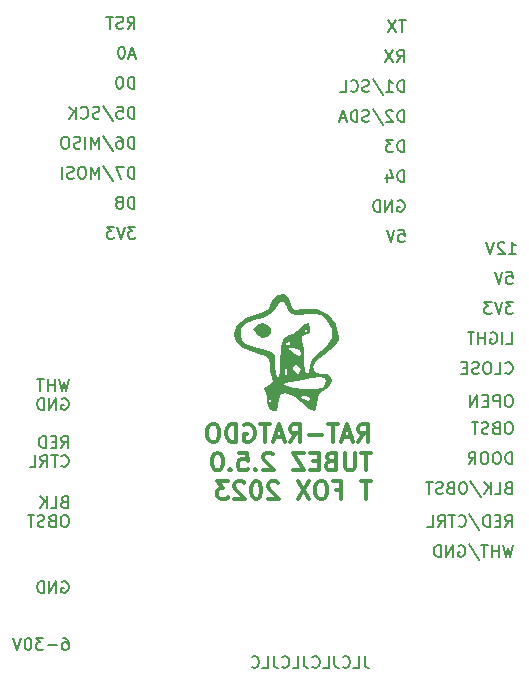
<source format=gbo>
%TF.GenerationSoftware,KiCad,Pcbnew,7.0.9*%
%TF.CreationDate,2023-11-21T12:24:06-08:00*%
%TF.ProjectId,RatGDO-OpenSource-D1Mini-ESP8266-Tubez,52617447-444f-42d4-9f70-656e536f7572,2.5.0*%
%TF.SameCoordinates,Original*%
%TF.FileFunction,Legend,Bot*%
%TF.FilePolarity,Positive*%
%FSLAX46Y46*%
G04 Gerber Fmt 4.6, Leading zero omitted, Abs format (unit mm)*
G04 Created by KiCad (PCBNEW 7.0.9) date 2023-11-21 12:24:06*
%MOMM*%
%LPD*%
G01*
G04 APERTURE LIST*
%ADD10C,0.150000*%
%ADD11C,0.300000*%
G04 APERTURE END LIST*
D10*
X121313411Y-113217438D02*
X121408649Y-113169819D01*
X121408649Y-113169819D02*
X121551506Y-113169819D01*
X121551506Y-113169819D02*
X121694363Y-113217438D01*
X121694363Y-113217438D02*
X121789601Y-113312676D01*
X121789601Y-113312676D02*
X121837220Y-113407914D01*
X121837220Y-113407914D02*
X121884839Y-113598390D01*
X121884839Y-113598390D02*
X121884839Y-113741247D01*
X121884839Y-113741247D02*
X121837220Y-113931723D01*
X121837220Y-113931723D02*
X121789601Y-114026961D01*
X121789601Y-114026961D02*
X121694363Y-114122200D01*
X121694363Y-114122200D02*
X121551506Y-114169819D01*
X121551506Y-114169819D02*
X121456268Y-114169819D01*
X121456268Y-114169819D02*
X121313411Y-114122200D01*
X121313411Y-114122200D02*
X121265792Y-114074580D01*
X121265792Y-114074580D02*
X121265792Y-113741247D01*
X121265792Y-113741247D02*
X121456268Y-113741247D01*
X120837220Y-114169819D02*
X120837220Y-113169819D01*
X120837220Y-113169819D02*
X120265792Y-114169819D01*
X120265792Y-114169819D02*
X120265792Y-113169819D01*
X119789601Y-114169819D02*
X119789601Y-113169819D01*
X119789601Y-113169819D02*
X119551506Y-113169819D01*
X119551506Y-113169819D02*
X119408649Y-113217438D01*
X119408649Y-113217438D02*
X119313411Y-113312676D01*
X119313411Y-113312676D02*
X119265792Y-113407914D01*
X119265792Y-113407914D02*
X119218173Y-113598390D01*
X119218173Y-113598390D02*
X119218173Y-113741247D01*
X119218173Y-113741247D02*
X119265792Y-113931723D01*
X119265792Y-113931723D02*
X119313411Y-114026961D01*
X119313411Y-114026961D02*
X119408649Y-114122200D01*
X119408649Y-114122200D02*
X119551506Y-114169819D01*
X119551506Y-114169819D02*
X119789601Y-114169819D01*
X158953030Y-87007819D02*
X159429220Y-87007819D01*
X159429220Y-87007819D02*
X159476839Y-87484009D01*
X159476839Y-87484009D02*
X159429220Y-87436390D01*
X159429220Y-87436390D02*
X159333982Y-87388771D01*
X159333982Y-87388771D02*
X159095887Y-87388771D01*
X159095887Y-87388771D02*
X159000649Y-87436390D01*
X159000649Y-87436390D02*
X158953030Y-87484009D01*
X158953030Y-87484009D02*
X158905411Y-87579247D01*
X158905411Y-87579247D02*
X158905411Y-87817342D01*
X158905411Y-87817342D02*
X158953030Y-87912580D01*
X158953030Y-87912580D02*
X159000649Y-87960200D01*
X159000649Y-87960200D02*
X159095887Y-88007819D01*
X159095887Y-88007819D02*
X159333982Y-88007819D01*
X159333982Y-88007819D02*
X159429220Y-87960200D01*
X159429220Y-87960200D02*
X159476839Y-87912580D01*
X158619696Y-87007819D02*
X158286363Y-88007819D01*
X158286363Y-88007819D02*
X157953030Y-87007819D01*
X146951506Y-119519819D02*
X146951506Y-120234104D01*
X146951506Y-120234104D02*
X146999125Y-120376961D01*
X146999125Y-120376961D02*
X147094363Y-120472200D01*
X147094363Y-120472200D02*
X147237220Y-120519819D01*
X147237220Y-120519819D02*
X147332458Y-120519819D01*
X145999125Y-120519819D02*
X146475315Y-120519819D01*
X146475315Y-120519819D02*
X146475315Y-119519819D01*
X145094363Y-120424580D02*
X145141982Y-120472200D01*
X145141982Y-120472200D02*
X145284839Y-120519819D01*
X145284839Y-120519819D02*
X145380077Y-120519819D01*
X145380077Y-120519819D02*
X145522934Y-120472200D01*
X145522934Y-120472200D02*
X145618172Y-120376961D01*
X145618172Y-120376961D02*
X145665791Y-120281723D01*
X145665791Y-120281723D02*
X145713410Y-120091247D01*
X145713410Y-120091247D02*
X145713410Y-119948390D01*
X145713410Y-119948390D02*
X145665791Y-119757914D01*
X145665791Y-119757914D02*
X145618172Y-119662676D01*
X145618172Y-119662676D02*
X145522934Y-119567438D01*
X145522934Y-119567438D02*
X145380077Y-119519819D01*
X145380077Y-119519819D02*
X145284839Y-119519819D01*
X145284839Y-119519819D02*
X145141982Y-119567438D01*
X145141982Y-119567438D02*
X145094363Y-119615057D01*
X144380077Y-119519819D02*
X144380077Y-120234104D01*
X144380077Y-120234104D02*
X144427696Y-120376961D01*
X144427696Y-120376961D02*
X144522934Y-120472200D01*
X144522934Y-120472200D02*
X144665791Y-120519819D01*
X144665791Y-120519819D02*
X144761029Y-120519819D01*
X143427696Y-120519819D02*
X143903886Y-120519819D01*
X143903886Y-120519819D02*
X143903886Y-119519819D01*
X142522934Y-120424580D02*
X142570553Y-120472200D01*
X142570553Y-120472200D02*
X142713410Y-120519819D01*
X142713410Y-120519819D02*
X142808648Y-120519819D01*
X142808648Y-120519819D02*
X142951505Y-120472200D01*
X142951505Y-120472200D02*
X143046743Y-120376961D01*
X143046743Y-120376961D02*
X143094362Y-120281723D01*
X143094362Y-120281723D02*
X143141981Y-120091247D01*
X143141981Y-120091247D02*
X143141981Y-119948390D01*
X143141981Y-119948390D02*
X143094362Y-119757914D01*
X143094362Y-119757914D02*
X143046743Y-119662676D01*
X143046743Y-119662676D02*
X142951505Y-119567438D01*
X142951505Y-119567438D02*
X142808648Y-119519819D01*
X142808648Y-119519819D02*
X142713410Y-119519819D01*
X142713410Y-119519819D02*
X142570553Y-119567438D01*
X142570553Y-119567438D02*
X142522934Y-119615057D01*
X141808648Y-119519819D02*
X141808648Y-120234104D01*
X141808648Y-120234104D02*
X141856267Y-120376961D01*
X141856267Y-120376961D02*
X141951505Y-120472200D01*
X141951505Y-120472200D02*
X142094362Y-120519819D01*
X142094362Y-120519819D02*
X142189600Y-120519819D01*
X140856267Y-120519819D02*
X141332457Y-120519819D01*
X141332457Y-120519819D02*
X141332457Y-119519819D01*
X139951505Y-120424580D02*
X139999124Y-120472200D01*
X139999124Y-120472200D02*
X140141981Y-120519819D01*
X140141981Y-120519819D02*
X140237219Y-120519819D01*
X140237219Y-120519819D02*
X140380076Y-120472200D01*
X140380076Y-120472200D02*
X140475314Y-120376961D01*
X140475314Y-120376961D02*
X140522933Y-120281723D01*
X140522933Y-120281723D02*
X140570552Y-120091247D01*
X140570552Y-120091247D02*
X140570552Y-119948390D01*
X140570552Y-119948390D02*
X140522933Y-119757914D01*
X140522933Y-119757914D02*
X140475314Y-119662676D01*
X140475314Y-119662676D02*
X140380076Y-119567438D01*
X140380076Y-119567438D02*
X140237219Y-119519819D01*
X140237219Y-119519819D02*
X140141981Y-119519819D01*
X140141981Y-119519819D02*
X139999124Y-119567438D01*
X139999124Y-119567438D02*
X139951505Y-119615057D01*
X139237219Y-119519819D02*
X139237219Y-120234104D01*
X139237219Y-120234104D02*
X139284838Y-120376961D01*
X139284838Y-120376961D02*
X139380076Y-120472200D01*
X139380076Y-120472200D02*
X139522933Y-120519819D01*
X139522933Y-120519819D02*
X139618171Y-120519819D01*
X138284838Y-120519819D02*
X138761028Y-120519819D01*
X138761028Y-120519819D02*
X138761028Y-119519819D01*
X137380076Y-120424580D02*
X137427695Y-120472200D01*
X137427695Y-120472200D02*
X137570552Y-120519819D01*
X137570552Y-120519819D02*
X137665790Y-120519819D01*
X137665790Y-120519819D02*
X137808647Y-120472200D01*
X137808647Y-120472200D02*
X137903885Y-120376961D01*
X137903885Y-120376961D02*
X137951504Y-120281723D01*
X137951504Y-120281723D02*
X137999123Y-120091247D01*
X137999123Y-120091247D02*
X137999123Y-119948390D01*
X137999123Y-119948390D02*
X137951504Y-119757914D01*
X137951504Y-119757914D02*
X137903885Y-119662676D01*
X137903885Y-119662676D02*
X137808647Y-119567438D01*
X137808647Y-119567438D02*
X137665790Y-119519819D01*
X137665790Y-119519819D02*
X137570552Y-119519819D01*
X137570552Y-119519819D02*
X137427695Y-119567438D01*
X137427695Y-119567438D02*
X137380076Y-119615057D01*
X159524458Y-110121819D02*
X159286363Y-111121819D01*
X159286363Y-111121819D02*
X159095887Y-110407533D01*
X159095887Y-110407533D02*
X158905411Y-111121819D01*
X158905411Y-111121819D02*
X158667316Y-110121819D01*
X158286363Y-111121819D02*
X158286363Y-110121819D01*
X158286363Y-110598009D02*
X157714935Y-110598009D01*
X157714935Y-111121819D02*
X157714935Y-110121819D01*
X157381601Y-110121819D02*
X156810173Y-110121819D01*
X157095887Y-111121819D02*
X157095887Y-110121819D01*
X155762554Y-110074200D02*
X156619696Y-111359914D01*
X154905411Y-110169438D02*
X155000649Y-110121819D01*
X155000649Y-110121819D02*
X155143506Y-110121819D01*
X155143506Y-110121819D02*
X155286363Y-110169438D01*
X155286363Y-110169438D02*
X155381601Y-110264676D01*
X155381601Y-110264676D02*
X155429220Y-110359914D01*
X155429220Y-110359914D02*
X155476839Y-110550390D01*
X155476839Y-110550390D02*
X155476839Y-110693247D01*
X155476839Y-110693247D02*
X155429220Y-110883723D01*
X155429220Y-110883723D02*
X155381601Y-110978961D01*
X155381601Y-110978961D02*
X155286363Y-111074200D01*
X155286363Y-111074200D02*
X155143506Y-111121819D01*
X155143506Y-111121819D02*
X155048268Y-111121819D01*
X155048268Y-111121819D02*
X154905411Y-111074200D01*
X154905411Y-111074200D02*
X154857792Y-111026580D01*
X154857792Y-111026580D02*
X154857792Y-110693247D01*
X154857792Y-110693247D02*
X155048268Y-110693247D01*
X154429220Y-111121819D02*
X154429220Y-110121819D01*
X154429220Y-110121819D02*
X153857792Y-111121819D01*
X153857792Y-111121819D02*
X153857792Y-110121819D01*
X153381601Y-111121819D02*
X153381601Y-110121819D01*
X153381601Y-110121819D02*
X153143506Y-110121819D01*
X153143506Y-110121819D02*
X153000649Y-110169438D01*
X153000649Y-110169438D02*
X152905411Y-110264676D01*
X152905411Y-110264676D02*
X152857792Y-110359914D01*
X152857792Y-110359914D02*
X152810173Y-110550390D01*
X152810173Y-110550390D02*
X152810173Y-110693247D01*
X152810173Y-110693247D02*
X152857792Y-110883723D01*
X152857792Y-110883723D02*
X152905411Y-110978961D01*
X152905411Y-110978961D02*
X153000649Y-111074200D01*
X153000649Y-111074200D02*
X153143506Y-111121819D01*
X153143506Y-111121819D02*
X153381601Y-111121819D01*
X121932458Y-96065819D02*
X121694363Y-97065819D01*
X121694363Y-97065819D02*
X121503887Y-96351533D01*
X121503887Y-96351533D02*
X121313411Y-97065819D01*
X121313411Y-97065819D02*
X121075316Y-96065819D01*
X120694363Y-97065819D02*
X120694363Y-96065819D01*
X120694363Y-96542009D02*
X120122935Y-96542009D01*
X120122935Y-97065819D02*
X120122935Y-96065819D01*
X119789601Y-96065819D02*
X119218173Y-96065819D01*
X119503887Y-97065819D02*
X119503887Y-96065819D01*
X121313411Y-97723438D02*
X121408649Y-97675819D01*
X121408649Y-97675819D02*
X121551506Y-97675819D01*
X121551506Y-97675819D02*
X121694363Y-97723438D01*
X121694363Y-97723438D02*
X121789601Y-97818676D01*
X121789601Y-97818676D02*
X121837220Y-97913914D01*
X121837220Y-97913914D02*
X121884839Y-98104390D01*
X121884839Y-98104390D02*
X121884839Y-98247247D01*
X121884839Y-98247247D02*
X121837220Y-98437723D01*
X121837220Y-98437723D02*
X121789601Y-98532961D01*
X121789601Y-98532961D02*
X121694363Y-98628200D01*
X121694363Y-98628200D02*
X121551506Y-98675819D01*
X121551506Y-98675819D02*
X121456268Y-98675819D01*
X121456268Y-98675819D02*
X121313411Y-98628200D01*
X121313411Y-98628200D02*
X121265792Y-98580580D01*
X121265792Y-98580580D02*
X121265792Y-98247247D01*
X121265792Y-98247247D02*
X121456268Y-98247247D01*
X120837220Y-98675819D02*
X120837220Y-97675819D01*
X120837220Y-97675819D02*
X120265792Y-98675819D01*
X120265792Y-98675819D02*
X120265792Y-97675819D01*
X119789601Y-98675819D02*
X119789601Y-97675819D01*
X119789601Y-97675819D02*
X119551506Y-97675819D01*
X119551506Y-97675819D02*
X119408649Y-97723438D01*
X119408649Y-97723438D02*
X119313411Y-97818676D01*
X119313411Y-97818676D02*
X119265792Y-97913914D01*
X119265792Y-97913914D02*
X119218173Y-98104390D01*
X119218173Y-98104390D02*
X119218173Y-98247247D01*
X119218173Y-98247247D02*
X119265792Y-98437723D01*
X119265792Y-98437723D02*
X119313411Y-98532961D01*
X119313411Y-98532961D02*
X119408649Y-98628200D01*
X119408649Y-98628200D02*
X119551506Y-98675819D01*
X119551506Y-98675819D02*
X119789601Y-98675819D01*
D11*
X146416346Y-101396828D02*
X146916346Y-100682542D01*
X147273489Y-101396828D02*
X147273489Y-99896828D01*
X147273489Y-99896828D02*
X146702060Y-99896828D01*
X146702060Y-99896828D02*
X146559203Y-99968257D01*
X146559203Y-99968257D02*
X146487774Y-100039685D01*
X146487774Y-100039685D02*
X146416346Y-100182542D01*
X146416346Y-100182542D02*
X146416346Y-100396828D01*
X146416346Y-100396828D02*
X146487774Y-100539685D01*
X146487774Y-100539685D02*
X146559203Y-100611114D01*
X146559203Y-100611114D02*
X146702060Y-100682542D01*
X146702060Y-100682542D02*
X147273489Y-100682542D01*
X145844917Y-100968257D02*
X145130632Y-100968257D01*
X145987774Y-101396828D02*
X145487774Y-99896828D01*
X145487774Y-99896828D02*
X144987774Y-101396828D01*
X144702060Y-99896828D02*
X143844918Y-99896828D01*
X144273489Y-101396828D02*
X144273489Y-99896828D01*
X143344918Y-100825400D02*
X142202061Y-100825400D01*
X140630632Y-101396828D02*
X141130632Y-100682542D01*
X141487775Y-101396828D02*
X141487775Y-99896828D01*
X141487775Y-99896828D02*
X140916346Y-99896828D01*
X140916346Y-99896828D02*
X140773489Y-99968257D01*
X140773489Y-99968257D02*
X140702060Y-100039685D01*
X140702060Y-100039685D02*
X140630632Y-100182542D01*
X140630632Y-100182542D02*
X140630632Y-100396828D01*
X140630632Y-100396828D02*
X140702060Y-100539685D01*
X140702060Y-100539685D02*
X140773489Y-100611114D01*
X140773489Y-100611114D02*
X140916346Y-100682542D01*
X140916346Y-100682542D02*
X141487775Y-100682542D01*
X140059203Y-100968257D02*
X139344918Y-100968257D01*
X140202060Y-101396828D02*
X139702060Y-99896828D01*
X139702060Y-99896828D02*
X139202060Y-101396828D01*
X138916346Y-99896828D02*
X138059204Y-99896828D01*
X138487775Y-101396828D02*
X138487775Y-99896828D01*
X136773489Y-99968257D02*
X136916347Y-99896828D01*
X136916347Y-99896828D02*
X137130632Y-99896828D01*
X137130632Y-99896828D02*
X137344918Y-99968257D01*
X137344918Y-99968257D02*
X137487775Y-100111114D01*
X137487775Y-100111114D02*
X137559204Y-100253971D01*
X137559204Y-100253971D02*
X137630632Y-100539685D01*
X137630632Y-100539685D02*
X137630632Y-100753971D01*
X137630632Y-100753971D02*
X137559204Y-101039685D01*
X137559204Y-101039685D02*
X137487775Y-101182542D01*
X137487775Y-101182542D02*
X137344918Y-101325400D01*
X137344918Y-101325400D02*
X137130632Y-101396828D01*
X137130632Y-101396828D02*
X136987775Y-101396828D01*
X136987775Y-101396828D02*
X136773489Y-101325400D01*
X136773489Y-101325400D02*
X136702061Y-101253971D01*
X136702061Y-101253971D02*
X136702061Y-100753971D01*
X136702061Y-100753971D02*
X136987775Y-100753971D01*
X136059204Y-101396828D02*
X136059204Y-99896828D01*
X136059204Y-99896828D02*
X135702061Y-99896828D01*
X135702061Y-99896828D02*
X135487775Y-99968257D01*
X135487775Y-99968257D02*
X135344918Y-100111114D01*
X135344918Y-100111114D02*
X135273489Y-100253971D01*
X135273489Y-100253971D02*
X135202061Y-100539685D01*
X135202061Y-100539685D02*
X135202061Y-100753971D01*
X135202061Y-100753971D02*
X135273489Y-101039685D01*
X135273489Y-101039685D02*
X135344918Y-101182542D01*
X135344918Y-101182542D02*
X135487775Y-101325400D01*
X135487775Y-101325400D02*
X135702061Y-101396828D01*
X135702061Y-101396828D02*
X136059204Y-101396828D01*
X134273489Y-99896828D02*
X133987775Y-99896828D01*
X133987775Y-99896828D02*
X133844918Y-99968257D01*
X133844918Y-99968257D02*
X133702061Y-100111114D01*
X133702061Y-100111114D02*
X133630632Y-100396828D01*
X133630632Y-100396828D02*
X133630632Y-100896828D01*
X133630632Y-100896828D02*
X133702061Y-101182542D01*
X133702061Y-101182542D02*
X133844918Y-101325400D01*
X133844918Y-101325400D02*
X133987775Y-101396828D01*
X133987775Y-101396828D02*
X134273489Y-101396828D01*
X134273489Y-101396828D02*
X134416347Y-101325400D01*
X134416347Y-101325400D02*
X134559204Y-101182542D01*
X134559204Y-101182542D02*
X134630632Y-100896828D01*
X134630632Y-100896828D02*
X134630632Y-100396828D01*
X134630632Y-100396828D02*
X134559204Y-100111114D01*
X134559204Y-100111114D02*
X134416347Y-99968257D01*
X134416347Y-99968257D02*
X134273489Y-99896828D01*
X147487774Y-102311828D02*
X146630632Y-102311828D01*
X147059203Y-103811828D02*
X147059203Y-102311828D01*
X146130632Y-102311828D02*
X146130632Y-103526114D01*
X146130632Y-103526114D02*
X146059203Y-103668971D01*
X146059203Y-103668971D02*
X145987775Y-103740400D01*
X145987775Y-103740400D02*
X145844917Y-103811828D01*
X145844917Y-103811828D02*
X145559203Y-103811828D01*
X145559203Y-103811828D02*
X145416346Y-103740400D01*
X145416346Y-103740400D02*
X145344917Y-103668971D01*
X145344917Y-103668971D02*
X145273489Y-103526114D01*
X145273489Y-103526114D02*
X145273489Y-102311828D01*
X144059203Y-103026114D02*
X143844917Y-103097542D01*
X143844917Y-103097542D02*
X143773488Y-103168971D01*
X143773488Y-103168971D02*
X143702060Y-103311828D01*
X143702060Y-103311828D02*
X143702060Y-103526114D01*
X143702060Y-103526114D02*
X143773488Y-103668971D01*
X143773488Y-103668971D02*
X143844917Y-103740400D01*
X143844917Y-103740400D02*
X143987774Y-103811828D01*
X143987774Y-103811828D02*
X144559203Y-103811828D01*
X144559203Y-103811828D02*
X144559203Y-102311828D01*
X144559203Y-102311828D02*
X144059203Y-102311828D01*
X144059203Y-102311828D02*
X143916346Y-102383257D01*
X143916346Y-102383257D02*
X143844917Y-102454685D01*
X143844917Y-102454685D02*
X143773488Y-102597542D01*
X143773488Y-102597542D02*
X143773488Y-102740400D01*
X143773488Y-102740400D02*
X143844917Y-102883257D01*
X143844917Y-102883257D02*
X143916346Y-102954685D01*
X143916346Y-102954685D02*
X144059203Y-103026114D01*
X144059203Y-103026114D02*
X144559203Y-103026114D01*
X143059203Y-103026114D02*
X142559203Y-103026114D01*
X142344917Y-103811828D02*
X143059203Y-103811828D01*
X143059203Y-103811828D02*
X143059203Y-102311828D01*
X143059203Y-102311828D02*
X142344917Y-102311828D01*
X141844917Y-102311828D02*
X140844917Y-102311828D01*
X140844917Y-102311828D02*
X141844917Y-103811828D01*
X141844917Y-103811828D02*
X140844917Y-103811828D01*
X139202060Y-102454685D02*
X139130632Y-102383257D01*
X139130632Y-102383257D02*
X138987775Y-102311828D01*
X138987775Y-102311828D02*
X138630632Y-102311828D01*
X138630632Y-102311828D02*
X138487775Y-102383257D01*
X138487775Y-102383257D02*
X138416346Y-102454685D01*
X138416346Y-102454685D02*
X138344917Y-102597542D01*
X138344917Y-102597542D02*
X138344917Y-102740400D01*
X138344917Y-102740400D02*
X138416346Y-102954685D01*
X138416346Y-102954685D02*
X139273489Y-103811828D01*
X139273489Y-103811828D02*
X138344917Y-103811828D01*
X137702061Y-103668971D02*
X137630632Y-103740400D01*
X137630632Y-103740400D02*
X137702061Y-103811828D01*
X137702061Y-103811828D02*
X137773489Y-103740400D01*
X137773489Y-103740400D02*
X137702061Y-103668971D01*
X137702061Y-103668971D02*
X137702061Y-103811828D01*
X136273489Y-102311828D02*
X136987775Y-102311828D01*
X136987775Y-102311828D02*
X137059203Y-103026114D01*
X137059203Y-103026114D02*
X136987775Y-102954685D01*
X136987775Y-102954685D02*
X136844918Y-102883257D01*
X136844918Y-102883257D02*
X136487775Y-102883257D01*
X136487775Y-102883257D02*
X136344918Y-102954685D01*
X136344918Y-102954685D02*
X136273489Y-103026114D01*
X136273489Y-103026114D02*
X136202060Y-103168971D01*
X136202060Y-103168971D02*
X136202060Y-103526114D01*
X136202060Y-103526114D02*
X136273489Y-103668971D01*
X136273489Y-103668971D02*
X136344918Y-103740400D01*
X136344918Y-103740400D02*
X136487775Y-103811828D01*
X136487775Y-103811828D02*
X136844918Y-103811828D01*
X136844918Y-103811828D02*
X136987775Y-103740400D01*
X136987775Y-103740400D02*
X137059203Y-103668971D01*
X135559204Y-103668971D02*
X135487775Y-103740400D01*
X135487775Y-103740400D02*
X135559204Y-103811828D01*
X135559204Y-103811828D02*
X135630632Y-103740400D01*
X135630632Y-103740400D02*
X135559204Y-103668971D01*
X135559204Y-103668971D02*
X135559204Y-103811828D01*
X134559203Y-102311828D02*
X134416346Y-102311828D01*
X134416346Y-102311828D02*
X134273489Y-102383257D01*
X134273489Y-102383257D02*
X134202061Y-102454685D01*
X134202061Y-102454685D02*
X134130632Y-102597542D01*
X134130632Y-102597542D02*
X134059203Y-102883257D01*
X134059203Y-102883257D02*
X134059203Y-103240400D01*
X134059203Y-103240400D02*
X134130632Y-103526114D01*
X134130632Y-103526114D02*
X134202061Y-103668971D01*
X134202061Y-103668971D02*
X134273489Y-103740400D01*
X134273489Y-103740400D02*
X134416346Y-103811828D01*
X134416346Y-103811828D02*
X134559203Y-103811828D01*
X134559203Y-103811828D02*
X134702061Y-103740400D01*
X134702061Y-103740400D02*
X134773489Y-103668971D01*
X134773489Y-103668971D02*
X134844918Y-103526114D01*
X134844918Y-103526114D02*
X134916346Y-103240400D01*
X134916346Y-103240400D02*
X134916346Y-102883257D01*
X134916346Y-102883257D02*
X134844918Y-102597542D01*
X134844918Y-102597542D02*
X134773489Y-102454685D01*
X134773489Y-102454685D02*
X134702061Y-102383257D01*
X134702061Y-102383257D02*
X134559203Y-102311828D01*
X147487774Y-104726828D02*
X146630632Y-104726828D01*
X147059203Y-106226828D02*
X147059203Y-104726828D01*
X144487775Y-105441114D02*
X144987775Y-105441114D01*
X144987775Y-106226828D02*
X144987775Y-104726828D01*
X144987775Y-104726828D02*
X144273489Y-104726828D01*
X143416346Y-104726828D02*
X143130632Y-104726828D01*
X143130632Y-104726828D02*
X142987775Y-104798257D01*
X142987775Y-104798257D02*
X142844918Y-104941114D01*
X142844918Y-104941114D02*
X142773489Y-105226828D01*
X142773489Y-105226828D02*
X142773489Y-105726828D01*
X142773489Y-105726828D02*
X142844918Y-106012542D01*
X142844918Y-106012542D02*
X142987775Y-106155400D01*
X142987775Y-106155400D02*
X143130632Y-106226828D01*
X143130632Y-106226828D02*
X143416346Y-106226828D01*
X143416346Y-106226828D02*
X143559204Y-106155400D01*
X143559204Y-106155400D02*
X143702061Y-106012542D01*
X143702061Y-106012542D02*
X143773489Y-105726828D01*
X143773489Y-105726828D02*
X143773489Y-105226828D01*
X143773489Y-105226828D02*
X143702061Y-104941114D01*
X143702061Y-104941114D02*
X143559204Y-104798257D01*
X143559204Y-104798257D02*
X143416346Y-104726828D01*
X142273489Y-104726828D02*
X141273489Y-106226828D01*
X141273489Y-104726828D02*
X142273489Y-106226828D01*
X139630632Y-104869685D02*
X139559204Y-104798257D01*
X139559204Y-104798257D02*
X139416347Y-104726828D01*
X139416347Y-104726828D02*
X139059204Y-104726828D01*
X139059204Y-104726828D02*
X138916347Y-104798257D01*
X138916347Y-104798257D02*
X138844918Y-104869685D01*
X138844918Y-104869685D02*
X138773489Y-105012542D01*
X138773489Y-105012542D02*
X138773489Y-105155400D01*
X138773489Y-105155400D02*
X138844918Y-105369685D01*
X138844918Y-105369685D02*
X139702061Y-106226828D01*
X139702061Y-106226828D02*
X138773489Y-106226828D01*
X137844918Y-104726828D02*
X137702061Y-104726828D01*
X137702061Y-104726828D02*
X137559204Y-104798257D01*
X137559204Y-104798257D02*
X137487776Y-104869685D01*
X137487776Y-104869685D02*
X137416347Y-105012542D01*
X137416347Y-105012542D02*
X137344918Y-105298257D01*
X137344918Y-105298257D02*
X137344918Y-105655400D01*
X137344918Y-105655400D02*
X137416347Y-105941114D01*
X137416347Y-105941114D02*
X137487776Y-106083971D01*
X137487776Y-106083971D02*
X137559204Y-106155400D01*
X137559204Y-106155400D02*
X137702061Y-106226828D01*
X137702061Y-106226828D02*
X137844918Y-106226828D01*
X137844918Y-106226828D02*
X137987776Y-106155400D01*
X137987776Y-106155400D02*
X138059204Y-106083971D01*
X138059204Y-106083971D02*
X138130633Y-105941114D01*
X138130633Y-105941114D02*
X138202061Y-105655400D01*
X138202061Y-105655400D02*
X138202061Y-105298257D01*
X138202061Y-105298257D02*
X138130633Y-105012542D01*
X138130633Y-105012542D02*
X138059204Y-104869685D01*
X138059204Y-104869685D02*
X137987776Y-104798257D01*
X137987776Y-104798257D02*
X137844918Y-104726828D01*
X136773490Y-104869685D02*
X136702062Y-104798257D01*
X136702062Y-104798257D02*
X136559205Y-104726828D01*
X136559205Y-104726828D02*
X136202062Y-104726828D01*
X136202062Y-104726828D02*
X136059205Y-104798257D01*
X136059205Y-104798257D02*
X135987776Y-104869685D01*
X135987776Y-104869685D02*
X135916347Y-105012542D01*
X135916347Y-105012542D02*
X135916347Y-105155400D01*
X135916347Y-105155400D02*
X135987776Y-105369685D01*
X135987776Y-105369685D02*
X136844919Y-106226828D01*
X136844919Y-106226828D02*
X135916347Y-106226828D01*
X135416348Y-104726828D02*
X134487776Y-104726828D01*
X134487776Y-104726828D02*
X134987776Y-105298257D01*
X134987776Y-105298257D02*
X134773491Y-105298257D01*
X134773491Y-105298257D02*
X134630634Y-105369685D01*
X134630634Y-105369685D02*
X134559205Y-105441114D01*
X134559205Y-105441114D02*
X134487776Y-105583971D01*
X134487776Y-105583971D02*
X134487776Y-105941114D01*
X134487776Y-105941114D02*
X134559205Y-106083971D01*
X134559205Y-106083971D02*
X134630634Y-106155400D01*
X134630634Y-106155400D02*
X134773491Y-106226828D01*
X134773491Y-106226828D02*
X135202062Y-106226828D01*
X135202062Y-106226828D02*
X135344919Y-106155400D01*
X135344919Y-106155400D02*
X135416348Y-106083971D01*
D10*
X150285220Y-76831819D02*
X150285220Y-75831819D01*
X150285220Y-75831819D02*
X150047125Y-75831819D01*
X150047125Y-75831819D02*
X149904268Y-75879438D01*
X149904268Y-75879438D02*
X149809030Y-75974676D01*
X149809030Y-75974676D02*
X149761411Y-76069914D01*
X149761411Y-76069914D02*
X149713792Y-76260390D01*
X149713792Y-76260390D02*
X149713792Y-76403247D01*
X149713792Y-76403247D02*
X149761411Y-76593723D01*
X149761411Y-76593723D02*
X149809030Y-76688961D01*
X149809030Y-76688961D02*
X149904268Y-76784200D01*
X149904268Y-76784200D02*
X150047125Y-76831819D01*
X150047125Y-76831819D02*
X150285220Y-76831819D01*
X149380458Y-75831819D02*
X148761411Y-75831819D01*
X148761411Y-75831819D02*
X149094744Y-76212771D01*
X149094744Y-76212771D02*
X148951887Y-76212771D01*
X148951887Y-76212771D02*
X148856649Y-76260390D01*
X148856649Y-76260390D02*
X148809030Y-76308009D01*
X148809030Y-76308009D02*
X148761411Y-76403247D01*
X148761411Y-76403247D02*
X148761411Y-76641342D01*
X148761411Y-76641342D02*
X148809030Y-76736580D01*
X148809030Y-76736580D02*
X148856649Y-76784200D01*
X148856649Y-76784200D02*
X148951887Y-76831819D01*
X148951887Y-76831819D02*
X149237601Y-76831819D01*
X149237601Y-76831819D02*
X149332839Y-76784200D01*
X149332839Y-76784200D02*
X149380458Y-76736580D01*
X159238744Y-97421819D02*
X159048268Y-97421819D01*
X159048268Y-97421819D02*
X158953030Y-97469438D01*
X158953030Y-97469438D02*
X158857792Y-97564676D01*
X158857792Y-97564676D02*
X158810173Y-97755152D01*
X158810173Y-97755152D02*
X158810173Y-98088485D01*
X158810173Y-98088485D02*
X158857792Y-98278961D01*
X158857792Y-98278961D02*
X158953030Y-98374200D01*
X158953030Y-98374200D02*
X159048268Y-98421819D01*
X159048268Y-98421819D02*
X159238744Y-98421819D01*
X159238744Y-98421819D02*
X159333982Y-98374200D01*
X159333982Y-98374200D02*
X159429220Y-98278961D01*
X159429220Y-98278961D02*
X159476839Y-98088485D01*
X159476839Y-98088485D02*
X159476839Y-97755152D01*
X159476839Y-97755152D02*
X159429220Y-97564676D01*
X159429220Y-97564676D02*
X159333982Y-97469438D01*
X159333982Y-97469438D02*
X159238744Y-97421819D01*
X158381601Y-98421819D02*
X158381601Y-97421819D01*
X158381601Y-97421819D02*
X158000649Y-97421819D01*
X158000649Y-97421819D02*
X157905411Y-97469438D01*
X157905411Y-97469438D02*
X157857792Y-97517057D01*
X157857792Y-97517057D02*
X157810173Y-97612295D01*
X157810173Y-97612295D02*
X157810173Y-97755152D01*
X157810173Y-97755152D02*
X157857792Y-97850390D01*
X157857792Y-97850390D02*
X157905411Y-97898009D01*
X157905411Y-97898009D02*
X158000649Y-97945628D01*
X158000649Y-97945628D02*
X158381601Y-97945628D01*
X157381601Y-97898009D02*
X157048268Y-97898009D01*
X156905411Y-98421819D02*
X157381601Y-98421819D01*
X157381601Y-98421819D02*
X157381601Y-97421819D01*
X157381601Y-97421819D02*
X156905411Y-97421819D01*
X156476839Y-98421819D02*
X156476839Y-97421819D01*
X156476839Y-97421819D02*
X155905411Y-98421819D01*
X155905411Y-98421819D02*
X155905411Y-97421819D01*
X126877700Y-66395116D02*
X127211033Y-65918925D01*
X127449128Y-66395116D02*
X127449128Y-65395116D01*
X127449128Y-65395116D02*
X127068176Y-65395116D01*
X127068176Y-65395116D02*
X126972938Y-65442735D01*
X126972938Y-65442735D02*
X126925319Y-65490354D01*
X126925319Y-65490354D02*
X126877700Y-65585592D01*
X126877700Y-65585592D02*
X126877700Y-65728449D01*
X126877700Y-65728449D02*
X126925319Y-65823687D01*
X126925319Y-65823687D02*
X126972938Y-65871306D01*
X126972938Y-65871306D02*
X127068176Y-65918925D01*
X127068176Y-65918925D02*
X127449128Y-65918925D01*
X126496747Y-66347497D02*
X126353890Y-66395116D01*
X126353890Y-66395116D02*
X126115795Y-66395116D01*
X126115795Y-66395116D02*
X126020557Y-66347497D01*
X126020557Y-66347497D02*
X125972938Y-66299877D01*
X125972938Y-66299877D02*
X125925319Y-66204639D01*
X125925319Y-66204639D02*
X125925319Y-66109401D01*
X125925319Y-66109401D02*
X125972938Y-66014163D01*
X125972938Y-66014163D02*
X126020557Y-65966544D01*
X126020557Y-65966544D02*
X126115795Y-65918925D01*
X126115795Y-65918925D02*
X126306271Y-65871306D01*
X126306271Y-65871306D02*
X126401509Y-65823687D01*
X126401509Y-65823687D02*
X126449128Y-65776068D01*
X126449128Y-65776068D02*
X126496747Y-65680830D01*
X126496747Y-65680830D02*
X126496747Y-65585592D01*
X126496747Y-65585592D02*
X126449128Y-65490354D01*
X126449128Y-65490354D02*
X126401509Y-65442735D01*
X126401509Y-65442735D02*
X126306271Y-65395116D01*
X126306271Y-65395116D02*
X126068176Y-65395116D01*
X126068176Y-65395116D02*
X125925319Y-65442735D01*
X125639604Y-65395116D02*
X125068176Y-65395116D01*
X125353890Y-66395116D02*
X125353890Y-65395116D01*
X150285220Y-71751819D02*
X150285220Y-70751819D01*
X150285220Y-70751819D02*
X150047125Y-70751819D01*
X150047125Y-70751819D02*
X149904268Y-70799438D01*
X149904268Y-70799438D02*
X149809030Y-70894676D01*
X149809030Y-70894676D02*
X149761411Y-70989914D01*
X149761411Y-70989914D02*
X149713792Y-71180390D01*
X149713792Y-71180390D02*
X149713792Y-71323247D01*
X149713792Y-71323247D02*
X149761411Y-71513723D01*
X149761411Y-71513723D02*
X149809030Y-71608961D01*
X149809030Y-71608961D02*
X149904268Y-71704200D01*
X149904268Y-71704200D02*
X150047125Y-71751819D01*
X150047125Y-71751819D02*
X150285220Y-71751819D01*
X148761411Y-71751819D02*
X149332839Y-71751819D01*
X149047125Y-71751819D02*
X149047125Y-70751819D01*
X149047125Y-70751819D02*
X149142363Y-70894676D01*
X149142363Y-70894676D02*
X149237601Y-70989914D01*
X149237601Y-70989914D02*
X149332839Y-71037533D01*
X147618554Y-70704200D02*
X148475696Y-71989914D01*
X147332839Y-71704200D02*
X147189982Y-71751819D01*
X147189982Y-71751819D02*
X146951887Y-71751819D01*
X146951887Y-71751819D02*
X146856649Y-71704200D01*
X146856649Y-71704200D02*
X146809030Y-71656580D01*
X146809030Y-71656580D02*
X146761411Y-71561342D01*
X146761411Y-71561342D02*
X146761411Y-71466104D01*
X146761411Y-71466104D02*
X146809030Y-71370866D01*
X146809030Y-71370866D02*
X146856649Y-71323247D01*
X146856649Y-71323247D02*
X146951887Y-71275628D01*
X146951887Y-71275628D02*
X147142363Y-71228009D01*
X147142363Y-71228009D02*
X147237601Y-71180390D01*
X147237601Y-71180390D02*
X147285220Y-71132771D01*
X147285220Y-71132771D02*
X147332839Y-71037533D01*
X147332839Y-71037533D02*
X147332839Y-70942295D01*
X147332839Y-70942295D02*
X147285220Y-70847057D01*
X147285220Y-70847057D02*
X147237601Y-70799438D01*
X147237601Y-70799438D02*
X147142363Y-70751819D01*
X147142363Y-70751819D02*
X146904268Y-70751819D01*
X146904268Y-70751819D02*
X146761411Y-70799438D01*
X145761411Y-71656580D02*
X145809030Y-71704200D01*
X145809030Y-71704200D02*
X145951887Y-71751819D01*
X145951887Y-71751819D02*
X146047125Y-71751819D01*
X146047125Y-71751819D02*
X146189982Y-71704200D01*
X146189982Y-71704200D02*
X146285220Y-71608961D01*
X146285220Y-71608961D02*
X146332839Y-71513723D01*
X146332839Y-71513723D02*
X146380458Y-71323247D01*
X146380458Y-71323247D02*
X146380458Y-71180390D01*
X146380458Y-71180390D02*
X146332839Y-70989914D01*
X146332839Y-70989914D02*
X146285220Y-70894676D01*
X146285220Y-70894676D02*
X146189982Y-70799438D01*
X146189982Y-70799438D02*
X146047125Y-70751819D01*
X146047125Y-70751819D02*
X145951887Y-70751819D01*
X145951887Y-70751819D02*
X145809030Y-70799438D01*
X145809030Y-70799438D02*
X145761411Y-70847057D01*
X144856649Y-71751819D02*
X145332839Y-71751819D01*
X145332839Y-71751819D02*
X145332839Y-70751819D01*
X149713792Y-69211819D02*
X150047125Y-68735628D01*
X150285220Y-69211819D02*
X150285220Y-68211819D01*
X150285220Y-68211819D02*
X149904268Y-68211819D01*
X149904268Y-68211819D02*
X149809030Y-68259438D01*
X149809030Y-68259438D02*
X149761411Y-68307057D01*
X149761411Y-68307057D02*
X149713792Y-68402295D01*
X149713792Y-68402295D02*
X149713792Y-68545152D01*
X149713792Y-68545152D02*
X149761411Y-68640390D01*
X149761411Y-68640390D02*
X149809030Y-68688009D01*
X149809030Y-68688009D02*
X149904268Y-68735628D01*
X149904268Y-68735628D02*
X150285220Y-68735628D01*
X149380458Y-68211819D02*
X148713792Y-69211819D01*
X148713792Y-68211819D02*
X149380458Y-69211819D01*
X158953030Y-93087819D02*
X159429220Y-93087819D01*
X159429220Y-93087819D02*
X159429220Y-92087819D01*
X158619696Y-93087819D02*
X158619696Y-92087819D01*
X157619697Y-92135438D02*
X157714935Y-92087819D01*
X157714935Y-92087819D02*
X157857792Y-92087819D01*
X157857792Y-92087819D02*
X158000649Y-92135438D01*
X158000649Y-92135438D02*
X158095887Y-92230676D01*
X158095887Y-92230676D02*
X158143506Y-92325914D01*
X158143506Y-92325914D02*
X158191125Y-92516390D01*
X158191125Y-92516390D02*
X158191125Y-92659247D01*
X158191125Y-92659247D02*
X158143506Y-92849723D01*
X158143506Y-92849723D02*
X158095887Y-92944961D01*
X158095887Y-92944961D02*
X158000649Y-93040200D01*
X158000649Y-93040200D02*
X157857792Y-93087819D01*
X157857792Y-93087819D02*
X157762554Y-93087819D01*
X157762554Y-93087819D02*
X157619697Y-93040200D01*
X157619697Y-93040200D02*
X157572078Y-92992580D01*
X157572078Y-92992580D02*
X157572078Y-92659247D01*
X157572078Y-92659247D02*
X157762554Y-92659247D01*
X157143506Y-93087819D02*
X157143506Y-92087819D01*
X157143506Y-92564009D02*
X156572078Y-92564009D01*
X156572078Y-93087819D02*
X156572078Y-92087819D01*
X156238744Y-92087819D02*
X155667316Y-92087819D01*
X155953030Y-93087819D02*
X155953030Y-92087819D01*
X150285220Y-79371819D02*
X150285220Y-78371819D01*
X150285220Y-78371819D02*
X150047125Y-78371819D01*
X150047125Y-78371819D02*
X149904268Y-78419438D01*
X149904268Y-78419438D02*
X149809030Y-78514676D01*
X149809030Y-78514676D02*
X149761411Y-78609914D01*
X149761411Y-78609914D02*
X149713792Y-78800390D01*
X149713792Y-78800390D02*
X149713792Y-78943247D01*
X149713792Y-78943247D02*
X149761411Y-79133723D01*
X149761411Y-79133723D02*
X149809030Y-79228961D01*
X149809030Y-79228961D02*
X149904268Y-79324200D01*
X149904268Y-79324200D02*
X150047125Y-79371819D01*
X150047125Y-79371819D02*
X150285220Y-79371819D01*
X148856649Y-78705152D02*
X148856649Y-79371819D01*
X149094744Y-78324200D02*
X149332839Y-79038485D01*
X149332839Y-79038485D02*
X148713792Y-79038485D01*
X127449128Y-79095116D02*
X127449128Y-78095116D01*
X127449128Y-78095116D02*
X127211033Y-78095116D01*
X127211033Y-78095116D02*
X127068176Y-78142735D01*
X127068176Y-78142735D02*
X126972938Y-78237973D01*
X126972938Y-78237973D02*
X126925319Y-78333211D01*
X126925319Y-78333211D02*
X126877700Y-78523687D01*
X126877700Y-78523687D02*
X126877700Y-78666544D01*
X126877700Y-78666544D02*
X126925319Y-78857020D01*
X126925319Y-78857020D02*
X126972938Y-78952258D01*
X126972938Y-78952258D02*
X127068176Y-79047497D01*
X127068176Y-79047497D02*
X127211033Y-79095116D01*
X127211033Y-79095116D02*
X127449128Y-79095116D01*
X126544366Y-78095116D02*
X125877700Y-78095116D01*
X125877700Y-78095116D02*
X126306271Y-79095116D01*
X124782462Y-78047497D02*
X125639604Y-79333211D01*
X124449128Y-79095116D02*
X124449128Y-78095116D01*
X124449128Y-78095116D02*
X124115795Y-78809401D01*
X124115795Y-78809401D02*
X123782462Y-78095116D01*
X123782462Y-78095116D02*
X123782462Y-79095116D01*
X123115795Y-78095116D02*
X122925319Y-78095116D01*
X122925319Y-78095116D02*
X122830081Y-78142735D01*
X122830081Y-78142735D02*
X122734843Y-78237973D01*
X122734843Y-78237973D02*
X122687224Y-78428449D01*
X122687224Y-78428449D02*
X122687224Y-78761782D01*
X122687224Y-78761782D02*
X122734843Y-78952258D01*
X122734843Y-78952258D02*
X122830081Y-79047497D01*
X122830081Y-79047497D02*
X122925319Y-79095116D01*
X122925319Y-79095116D02*
X123115795Y-79095116D01*
X123115795Y-79095116D02*
X123211033Y-79047497D01*
X123211033Y-79047497D02*
X123306271Y-78952258D01*
X123306271Y-78952258D02*
X123353890Y-78761782D01*
X123353890Y-78761782D02*
X123353890Y-78428449D01*
X123353890Y-78428449D02*
X123306271Y-78237973D01*
X123306271Y-78237973D02*
X123211033Y-78142735D01*
X123211033Y-78142735D02*
X123115795Y-78095116D01*
X122306271Y-79047497D02*
X122163414Y-79095116D01*
X122163414Y-79095116D02*
X121925319Y-79095116D01*
X121925319Y-79095116D02*
X121830081Y-79047497D01*
X121830081Y-79047497D02*
X121782462Y-78999877D01*
X121782462Y-78999877D02*
X121734843Y-78904639D01*
X121734843Y-78904639D02*
X121734843Y-78809401D01*
X121734843Y-78809401D02*
X121782462Y-78714163D01*
X121782462Y-78714163D02*
X121830081Y-78666544D01*
X121830081Y-78666544D02*
X121925319Y-78618925D01*
X121925319Y-78618925D02*
X122115795Y-78571306D01*
X122115795Y-78571306D02*
X122211033Y-78523687D01*
X122211033Y-78523687D02*
X122258652Y-78476068D01*
X122258652Y-78476068D02*
X122306271Y-78380830D01*
X122306271Y-78380830D02*
X122306271Y-78285592D01*
X122306271Y-78285592D02*
X122258652Y-78190354D01*
X122258652Y-78190354D02*
X122211033Y-78142735D01*
X122211033Y-78142735D02*
X122115795Y-78095116D01*
X122115795Y-78095116D02*
X121877700Y-78095116D01*
X121877700Y-78095116D02*
X121734843Y-78142735D01*
X121306271Y-79095116D02*
X121306271Y-78095116D01*
X149809030Y-83451819D02*
X150285220Y-83451819D01*
X150285220Y-83451819D02*
X150332839Y-83928009D01*
X150332839Y-83928009D02*
X150285220Y-83880390D01*
X150285220Y-83880390D02*
X150189982Y-83832771D01*
X150189982Y-83832771D02*
X149951887Y-83832771D01*
X149951887Y-83832771D02*
X149856649Y-83880390D01*
X149856649Y-83880390D02*
X149809030Y-83928009D01*
X149809030Y-83928009D02*
X149761411Y-84023247D01*
X149761411Y-84023247D02*
X149761411Y-84261342D01*
X149761411Y-84261342D02*
X149809030Y-84356580D01*
X149809030Y-84356580D02*
X149856649Y-84404200D01*
X149856649Y-84404200D02*
X149951887Y-84451819D01*
X149951887Y-84451819D02*
X150189982Y-84451819D01*
X150189982Y-84451819D02*
X150285220Y-84404200D01*
X150285220Y-84404200D02*
X150332839Y-84356580D01*
X149475696Y-83451819D02*
X149142363Y-84451819D01*
X149142363Y-84451819D02*
X148809030Y-83451819D01*
X159429220Y-103247819D02*
X159429220Y-102247819D01*
X159429220Y-102247819D02*
X159191125Y-102247819D01*
X159191125Y-102247819D02*
X159048268Y-102295438D01*
X159048268Y-102295438D02*
X158953030Y-102390676D01*
X158953030Y-102390676D02*
X158905411Y-102485914D01*
X158905411Y-102485914D02*
X158857792Y-102676390D01*
X158857792Y-102676390D02*
X158857792Y-102819247D01*
X158857792Y-102819247D02*
X158905411Y-103009723D01*
X158905411Y-103009723D02*
X158953030Y-103104961D01*
X158953030Y-103104961D02*
X159048268Y-103200200D01*
X159048268Y-103200200D02*
X159191125Y-103247819D01*
X159191125Y-103247819D02*
X159429220Y-103247819D01*
X158238744Y-102247819D02*
X158048268Y-102247819D01*
X158048268Y-102247819D02*
X157953030Y-102295438D01*
X157953030Y-102295438D02*
X157857792Y-102390676D01*
X157857792Y-102390676D02*
X157810173Y-102581152D01*
X157810173Y-102581152D02*
X157810173Y-102914485D01*
X157810173Y-102914485D02*
X157857792Y-103104961D01*
X157857792Y-103104961D02*
X157953030Y-103200200D01*
X157953030Y-103200200D02*
X158048268Y-103247819D01*
X158048268Y-103247819D02*
X158238744Y-103247819D01*
X158238744Y-103247819D02*
X158333982Y-103200200D01*
X158333982Y-103200200D02*
X158429220Y-103104961D01*
X158429220Y-103104961D02*
X158476839Y-102914485D01*
X158476839Y-102914485D02*
X158476839Y-102581152D01*
X158476839Y-102581152D02*
X158429220Y-102390676D01*
X158429220Y-102390676D02*
X158333982Y-102295438D01*
X158333982Y-102295438D02*
X158238744Y-102247819D01*
X157191125Y-102247819D02*
X157000649Y-102247819D01*
X157000649Y-102247819D02*
X156905411Y-102295438D01*
X156905411Y-102295438D02*
X156810173Y-102390676D01*
X156810173Y-102390676D02*
X156762554Y-102581152D01*
X156762554Y-102581152D02*
X156762554Y-102914485D01*
X156762554Y-102914485D02*
X156810173Y-103104961D01*
X156810173Y-103104961D02*
X156905411Y-103200200D01*
X156905411Y-103200200D02*
X157000649Y-103247819D01*
X157000649Y-103247819D02*
X157191125Y-103247819D01*
X157191125Y-103247819D02*
X157286363Y-103200200D01*
X157286363Y-103200200D02*
X157381601Y-103104961D01*
X157381601Y-103104961D02*
X157429220Y-102914485D01*
X157429220Y-102914485D02*
X157429220Y-102581152D01*
X157429220Y-102581152D02*
X157381601Y-102390676D01*
X157381601Y-102390676D02*
X157286363Y-102295438D01*
X157286363Y-102295438D02*
X157191125Y-102247819D01*
X155762554Y-103247819D02*
X156095887Y-102771628D01*
X156333982Y-103247819D02*
X156333982Y-102247819D01*
X156333982Y-102247819D02*
X155953030Y-102247819D01*
X155953030Y-102247819D02*
X155857792Y-102295438D01*
X155857792Y-102295438D02*
X155810173Y-102343057D01*
X155810173Y-102343057D02*
X155762554Y-102438295D01*
X155762554Y-102438295D02*
X155762554Y-102581152D01*
X155762554Y-102581152D02*
X155810173Y-102676390D01*
X155810173Y-102676390D02*
X155857792Y-102724009D01*
X155857792Y-102724009D02*
X155953030Y-102771628D01*
X155953030Y-102771628D02*
X156333982Y-102771628D01*
X127449128Y-81635116D02*
X127449128Y-80635116D01*
X127449128Y-80635116D02*
X127211033Y-80635116D01*
X127211033Y-80635116D02*
X127068176Y-80682735D01*
X127068176Y-80682735D02*
X126972938Y-80777973D01*
X126972938Y-80777973D02*
X126925319Y-80873211D01*
X126925319Y-80873211D02*
X126877700Y-81063687D01*
X126877700Y-81063687D02*
X126877700Y-81206544D01*
X126877700Y-81206544D02*
X126925319Y-81397020D01*
X126925319Y-81397020D02*
X126972938Y-81492258D01*
X126972938Y-81492258D02*
X127068176Y-81587497D01*
X127068176Y-81587497D02*
X127211033Y-81635116D01*
X127211033Y-81635116D02*
X127449128Y-81635116D01*
X126306271Y-81063687D02*
X126401509Y-81016068D01*
X126401509Y-81016068D02*
X126449128Y-80968449D01*
X126449128Y-80968449D02*
X126496747Y-80873211D01*
X126496747Y-80873211D02*
X126496747Y-80825592D01*
X126496747Y-80825592D02*
X126449128Y-80730354D01*
X126449128Y-80730354D02*
X126401509Y-80682735D01*
X126401509Y-80682735D02*
X126306271Y-80635116D01*
X126306271Y-80635116D02*
X126115795Y-80635116D01*
X126115795Y-80635116D02*
X126020557Y-80682735D01*
X126020557Y-80682735D02*
X125972938Y-80730354D01*
X125972938Y-80730354D02*
X125925319Y-80825592D01*
X125925319Y-80825592D02*
X125925319Y-80873211D01*
X125925319Y-80873211D02*
X125972938Y-80968449D01*
X125972938Y-80968449D02*
X126020557Y-81016068D01*
X126020557Y-81016068D02*
X126115795Y-81063687D01*
X126115795Y-81063687D02*
X126306271Y-81063687D01*
X126306271Y-81063687D02*
X126401509Y-81111306D01*
X126401509Y-81111306D02*
X126449128Y-81158925D01*
X126449128Y-81158925D02*
X126496747Y-81254163D01*
X126496747Y-81254163D02*
X126496747Y-81444639D01*
X126496747Y-81444639D02*
X126449128Y-81539877D01*
X126449128Y-81539877D02*
X126401509Y-81587497D01*
X126401509Y-81587497D02*
X126306271Y-81635116D01*
X126306271Y-81635116D02*
X126115795Y-81635116D01*
X126115795Y-81635116D02*
X126020557Y-81587497D01*
X126020557Y-81587497D02*
X125972938Y-81539877D01*
X125972938Y-81539877D02*
X125925319Y-81444639D01*
X125925319Y-81444639D02*
X125925319Y-81254163D01*
X125925319Y-81254163D02*
X125972938Y-81158925D01*
X125972938Y-81158925D02*
X126020557Y-81111306D01*
X126020557Y-81111306D02*
X126115795Y-81063687D01*
X121503887Y-106448009D02*
X121361030Y-106495628D01*
X121361030Y-106495628D02*
X121313411Y-106543247D01*
X121313411Y-106543247D02*
X121265792Y-106638485D01*
X121265792Y-106638485D02*
X121265792Y-106781342D01*
X121265792Y-106781342D02*
X121313411Y-106876580D01*
X121313411Y-106876580D02*
X121361030Y-106924200D01*
X121361030Y-106924200D02*
X121456268Y-106971819D01*
X121456268Y-106971819D02*
X121837220Y-106971819D01*
X121837220Y-106971819D02*
X121837220Y-105971819D01*
X121837220Y-105971819D02*
X121503887Y-105971819D01*
X121503887Y-105971819D02*
X121408649Y-106019438D01*
X121408649Y-106019438D02*
X121361030Y-106067057D01*
X121361030Y-106067057D02*
X121313411Y-106162295D01*
X121313411Y-106162295D02*
X121313411Y-106257533D01*
X121313411Y-106257533D02*
X121361030Y-106352771D01*
X121361030Y-106352771D02*
X121408649Y-106400390D01*
X121408649Y-106400390D02*
X121503887Y-106448009D01*
X121503887Y-106448009D02*
X121837220Y-106448009D01*
X120361030Y-106971819D02*
X120837220Y-106971819D01*
X120837220Y-106971819D02*
X120837220Y-105971819D01*
X120027696Y-106971819D02*
X120027696Y-105971819D01*
X119456268Y-106971819D02*
X119884839Y-106400390D01*
X119456268Y-105971819D02*
X120027696Y-106543247D01*
X121646744Y-107581819D02*
X121456268Y-107581819D01*
X121456268Y-107581819D02*
X121361030Y-107629438D01*
X121361030Y-107629438D02*
X121265792Y-107724676D01*
X121265792Y-107724676D02*
X121218173Y-107915152D01*
X121218173Y-107915152D02*
X121218173Y-108248485D01*
X121218173Y-108248485D02*
X121265792Y-108438961D01*
X121265792Y-108438961D02*
X121361030Y-108534200D01*
X121361030Y-108534200D02*
X121456268Y-108581819D01*
X121456268Y-108581819D02*
X121646744Y-108581819D01*
X121646744Y-108581819D02*
X121741982Y-108534200D01*
X121741982Y-108534200D02*
X121837220Y-108438961D01*
X121837220Y-108438961D02*
X121884839Y-108248485D01*
X121884839Y-108248485D02*
X121884839Y-107915152D01*
X121884839Y-107915152D02*
X121837220Y-107724676D01*
X121837220Y-107724676D02*
X121741982Y-107629438D01*
X121741982Y-107629438D02*
X121646744Y-107581819D01*
X120456268Y-108058009D02*
X120313411Y-108105628D01*
X120313411Y-108105628D02*
X120265792Y-108153247D01*
X120265792Y-108153247D02*
X120218173Y-108248485D01*
X120218173Y-108248485D02*
X120218173Y-108391342D01*
X120218173Y-108391342D02*
X120265792Y-108486580D01*
X120265792Y-108486580D02*
X120313411Y-108534200D01*
X120313411Y-108534200D02*
X120408649Y-108581819D01*
X120408649Y-108581819D02*
X120789601Y-108581819D01*
X120789601Y-108581819D02*
X120789601Y-107581819D01*
X120789601Y-107581819D02*
X120456268Y-107581819D01*
X120456268Y-107581819D02*
X120361030Y-107629438D01*
X120361030Y-107629438D02*
X120313411Y-107677057D01*
X120313411Y-107677057D02*
X120265792Y-107772295D01*
X120265792Y-107772295D02*
X120265792Y-107867533D01*
X120265792Y-107867533D02*
X120313411Y-107962771D01*
X120313411Y-107962771D02*
X120361030Y-108010390D01*
X120361030Y-108010390D02*
X120456268Y-108058009D01*
X120456268Y-108058009D02*
X120789601Y-108058009D01*
X119837220Y-108534200D02*
X119694363Y-108581819D01*
X119694363Y-108581819D02*
X119456268Y-108581819D01*
X119456268Y-108581819D02*
X119361030Y-108534200D01*
X119361030Y-108534200D02*
X119313411Y-108486580D01*
X119313411Y-108486580D02*
X119265792Y-108391342D01*
X119265792Y-108391342D02*
X119265792Y-108296104D01*
X119265792Y-108296104D02*
X119313411Y-108200866D01*
X119313411Y-108200866D02*
X119361030Y-108153247D01*
X119361030Y-108153247D02*
X119456268Y-108105628D01*
X119456268Y-108105628D02*
X119646744Y-108058009D01*
X119646744Y-108058009D02*
X119741982Y-108010390D01*
X119741982Y-108010390D02*
X119789601Y-107962771D01*
X119789601Y-107962771D02*
X119837220Y-107867533D01*
X119837220Y-107867533D02*
X119837220Y-107772295D01*
X119837220Y-107772295D02*
X119789601Y-107677057D01*
X119789601Y-107677057D02*
X119741982Y-107629438D01*
X119741982Y-107629438D02*
X119646744Y-107581819D01*
X119646744Y-107581819D02*
X119408649Y-107581819D01*
X119408649Y-107581819D02*
X119265792Y-107629438D01*
X118980077Y-107581819D02*
X118408649Y-107581819D01*
X118694363Y-108581819D02*
X118694363Y-107581819D01*
X127496747Y-68649401D02*
X127020557Y-68649401D01*
X127591985Y-68935116D02*
X127258652Y-67935116D01*
X127258652Y-67935116D02*
X126925319Y-68935116D01*
X126401509Y-67935116D02*
X126306271Y-67935116D01*
X126306271Y-67935116D02*
X126211033Y-67982735D01*
X126211033Y-67982735D02*
X126163414Y-68030354D01*
X126163414Y-68030354D02*
X126115795Y-68125592D01*
X126115795Y-68125592D02*
X126068176Y-68316068D01*
X126068176Y-68316068D02*
X126068176Y-68554163D01*
X126068176Y-68554163D02*
X126115795Y-68744639D01*
X126115795Y-68744639D02*
X126163414Y-68839877D01*
X126163414Y-68839877D02*
X126211033Y-68887497D01*
X126211033Y-68887497D02*
X126306271Y-68935116D01*
X126306271Y-68935116D02*
X126401509Y-68935116D01*
X126401509Y-68935116D02*
X126496747Y-68887497D01*
X126496747Y-68887497D02*
X126544366Y-68839877D01*
X126544366Y-68839877D02*
X126591985Y-68744639D01*
X126591985Y-68744639D02*
X126639604Y-68554163D01*
X126639604Y-68554163D02*
X126639604Y-68316068D01*
X126639604Y-68316068D02*
X126591985Y-68125592D01*
X126591985Y-68125592D02*
X126544366Y-68030354D01*
X126544366Y-68030354D02*
X126496747Y-67982735D01*
X126496747Y-67982735D02*
X126401509Y-67935116D01*
X127449128Y-76555116D02*
X127449128Y-75555116D01*
X127449128Y-75555116D02*
X127211033Y-75555116D01*
X127211033Y-75555116D02*
X127068176Y-75602735D01*
X127068176Y-75602735D02*
X126972938Y-75697973D01*
X126972938Y-75697973D02*
X126925319Y-75793211D01*
X126925319Y-75793211D02*
X126877700Y-75983687D01*
X126877700Y-75983687D02*
X126877700Y-76126544D01*
X126877700Y-76126544D02*
X126925319Y-76317020D01*
X126925319Y-76317020D02*
X126972938Y-76412258D01*
X126972938Y-76412258D02*
X127068176Y-76507497D01*
X127068176Y-76507497D02*
X127211033Y-76555116D01*
X127211033Y-76555116D02*
X127449128Y-76555116D01*
X126020557Y-75555116D02*
X126211033Y-75555116D01*
X126211033Y-75555116D02*
X126306271Y-75602735D01*
X126306271Y-75602735D02*
X126353890Y-75650354D01*
X126353890Y-75650354D02*
X126449128Y-75793211D01*
X126449128Y-75793211D02*
X126496747Y-75983687D01*
X126496747Y-75983687D02*
X126496747Y-76364639D01*
X126496747Y-76364639D02*
X126449128Y-76459877D01*
X126449128Y-76459877D02*
X126401509Y-76507497D01*
X126401509Y-76507497D02*
X126306271Y-76555116D01*
X126306271Y-76555116D02*
X126115795Y-76555116D01*
X126115795Y-76555116D02*
X126020557Y-76507497D01*
X126020557Y-76507497D02*
X125972938Y-76459877D01*
X125972938Y-76459877D02*
X125925319Y-76364639D01*
X125925319Y-76364639D02*
X125925319Y-76126544D01*
X125925319Y-76126544D02*
X125972938Y-76031306D01*
X125972938Y-76031306D02*
X126020557Y-75983687D01*
X126020557Y-75983687D02*
X126115795Y-75936068D01*
X126115795Y-75936068D02*
X126306271Y-75936068D01*
X126306271Y-75936068D02*
X126401509Y-75983687D01*
X126401509Y-75983687D02*
X126449128Y-76031306D01*
X126449128Y-76031306D02*
X126496747Y-76126544D01*
X124782462Y-75507497D02*
X125639604Y-76793211D01*
X124449128Y-76555116D02*
X124449128Y-75555116D01*
X124449128Y-75555116D02*
X124115795Y-76269401D01*
X124115795Y-76269401D02*
X123782462Y-75555116D01*
X123782462Y-75555116D02*
X123782462Y-76555116D01*
X123306271Y-76555116D02*
X123306271Y-75555116D01*
X122877700Y-76507497D02*
X122734843Y-76555116D01*
X122734843Y-76555116D02*
X122496748Y-76555116D01*
X122496748Y-76555116D02*
X122401510Y-76507497D01*
X122401510Y-76507497D02*
X122353891Y-76459877D01*
X122353891Y-76459877D02*
X122306272Y-76364639D01*
X122306272Y-76364639D02*
X122306272Y-76269401D01*
X122306272Y-76269401D02*
X122353891Y-76174163D01*
X122353891Y-76174163D02*
X122401510Y-76126544D01*
X122401510Y-76126544D02*
X122496748Y-76078925D01*
X122496748Y-76078925D02*
X122687224Y-76031306D01*
X122687224Y-76031306D02*
X122782462Y-75983687D01*
X122782462Y-75983687D02*
X122830081Y-75936068D01*
X122830081Y-75936068D02*
X122877700Y-75840830D01*
X122877700Y-75840830D02*
X122877700Y-75745592D01*
X122877700Y-75745592D02*
X122830081Y-75650354D01*
X122830081Y-75650354D02*
X122782462Y-75602735D01*
X122782462Y-75602735D02*
X122687224Y-75555116D01*
X122687224Y-75555116D02*
X122449129Y-75555116D01*
X122449129Y-75555116D02*
X122306272Y-75602735D01*
X121687224Y-75555116D02*
X121496748Y-75555116D01*
X121496748Y-75555116D02*
X121401510Y-75602735D01*
X121401510Y-75602735D02*
X121306272Y-75697973D01*
X121306272Y-75697973D02*
X121258653Y-75888449D01*
X121258653Y-75888449D02*
X121258653Y-76221782D01*
X121258653Y-76221782D02*
X121306272Y-76412258D01*
X121306272Y-76412258D02*
X121401510Y-76507497D01*
X121401510Y-76507497D02*
X121496748Y-76555116D01*
X121496748Y-76555116D02*
X121687224Y-76555116D01*
X121687224Y-76555116D02*
X121782462Y-76507497D01*
X121782462Y-76507497D02*
X121877700Y-76412258D01*
X121877700Y-76412258D02*
X121925319Y-76221782D01*
X121925319Y-76221782D02*
X121925319Y-75888449D01*
X121925319Y-75888449D02*
X121877700Y-75697973D01*
X121877700Y-75697973D02*
X121782462Y-75602735D01*
X121782462Y-75602735D02*
X121687224Y-75555116D01*
X159159411Y-85467819D02*
X159730839Y-85467819D01*
X159445125Y-85467819D02*
X159445125Y-84467819D01*
X159445125Y-84467819D02*
X159540363Y-84610676D01*
X159540363Y-84610676D02*
X159635601Y-84705914D01*
X159635601Y-84705914D02*
X159730839Y-84753533D01*
X158778458Y-84563057D02*
X158730839Y-84515438D01*
X158730839Y-84515438D02*
X158635601Y-84467819D01*
X158635601Y-84467819D02*
X158397506Y-84467819D01*
X158397506Y-84467819D02*
X158302268Y-84515438D01*
X158302268Y-84515438D02*
X158254649Y-84563057D01*
X158254649Y-84563057D02*
X158207030Y-84658295D01*
X158207030Y-84658295D02*
X158207030Y-84753533D01*
X158207030Y-84753533D02*
X158254649Y-84896390D01*
X158254649Y-84896390D02*
X158826077Y-85467819D01*
X158826077Y-85467819D02*
X158207030Y-85467819D01*
X157921315Y-84467819D02*
X157587982Y-85467819D01*
X157587982Y-85467819D02*
X157254649Y-84467819D01*
X150428077Y-65671819D02*
X149856649Y-65671819D01*
X150142363Y-66671819D02*
X150142363Y-65671819D01*
X149618553Y-65671819D02*
X148951887Y-66671819D01*
X148951887Y-65671819D02*
X149618553Y-66671819D01*
X159238744Y-99707819D02*
X159048268Y-99707819D01*
X159048268Y-99707819D02*
X158953030Y-99755438D01*
X158953030Y-99755438D02*
X158857792Y-99850676D01*
X158857792Y-99850676D02*
X158810173Y-100041152D01*
X158810173Y-100041152D02*
X158810173Y-100374485D01*
X158810173Y-100374485D02*
X158857792Y-100564961D01*
X158857792Y-100564961D02*
X158953030Y-100660200D01*
X158953030Y-100660200D02*
X159048268Y-100707819D01*
X159048268Y-100707819D02*
X159238744Y-100707819D01*
X159238744Y-100707819D02*
X159333982Y-100660200D01*
X159333982Y-100660200D02*
X159429220Y-100564961D01*
X159429220Y-100564961D02*
X159476839Y-100374485D01*
X159476839Y-100374485D02*
X159476839Y-100041152D01*
X159476839Y-100041152D02*
X159429220Y-99850676D01*
X159429220Y-99850676D02*
X159333982Y-99755438D01*
X159333982Y-99755438D02*
X159238744Y-99707819D01*
X158048268Y-100184009D02*
X157905411Y-100231628D01*
X157905411Y-100231628D02*
X157857792Y-100279247D01*
X157857792Y-100279247D02*
X157810173Y-100374485D01*
X157810173Y-100374485D02*
X157810173Y-100517342D01*
X157810173Y-100517342D02*
X157857792Y-100612580D01*
X157857792Y-100612580D02*
X157905411Y-100660200D01*
X157905411Y-100660200D02*
X158000649Y-100707819D01*
X158000649Y-100707819D02*
X158381601Y-100707819D01*
X158381601Y-100707819D02*
X158381601Y-99707819D01*
X158381601Y-99707819D02*
X158048268Y-99707819D01*
X158048268Y-99707819D02*
X157953030Y-99755438D01*
X157953030Y-99755438D02*
X157905411Y-99803057D01*
X157905411Y-99803057D02*
X157857792Y-99898295D01*
X157857792Y-99898295D02*
X157857792Y-99993533D01*
X157857792Y-99993533D02*
X157905411Y-100088771D01*
X157905411Y-100088771D02*
X157953030Y-100136390D01*
X157953030Y-100136390D02*
X158048268Y-100184009D01*
X158048268Y-100184009D02*
X158381601Y-100184009D01*
X157429220Y-100660200D02*
X157286363Y-100707819D01*
X157286363Y-100707819D02*
X157048268Y-100707819D01*
X157048268Y-100707819D02*
X156953030Y-100660200D01*
X156953030Y-100660200D02*
X156905411Y-100612580D01*
X156905411Y-100612580D02*
X156857792Y-100517342D01*
X156857792Y-100517342D02*
X156857792Y-100422104D01*
X156857792Y-100422104D02*
X156905411Y-100326866D01*
X156905411Y-100326866D02*
X156953030Y-100279247D01*
X156953030Y-100279247D02*
X157048268Y-100231628D01*
X157048268Y-100231628D02*
X157238744Y-100184009D01*
X157238744Y-100184009D02*
X157333982Y-100136390D01*
X157333982Y-100136390D02*
X157381601Y-100088771D01*
X157381601Y-100088771D02*
X157429220Y-99993533D01*
X157429220Y-99993533D02*
X157429220Y-99898295D01*
X157429220Y-99898295D02*
X157381601Y-99803057D01*
X157381601Y-99803057D02*
X157333982Y-99755438D01*
X157333982Y-99755438D02*
X157238744Y-99707819D01*
X157238744Y-99707819D02*
X157000649Y-99707819D01*
X157000649Y-99707819D02*
X156857792Y-99755438D01*
X156572077Y-99707819D02*
X156000649Y-99707819D01*
X156286363Y-100707819D02*
X156286363Y-99707819D01*
X127544366Y-83175116D02*
X126925319Y-83175116D01*
X126925319Y-83175116D02*
X127258652Y-83556068D01*
X127258652Y-83556068D02*
X127115795Y-83556068D01*
X127115795Y-83556068D02*
X127020557Y-83603687D01*
X127020557Y-83603687D02*
X126972938Y-83651306D01*
X126972938Y-83651306D02*
X126925319Y-83746544D01*
X126925319Y-83746544D02*
X126925319Y-83984639D01*
X126925319Y-83984639D02*
X126972938Y-84079877D01*
X126972938Y-84079877D02*
X127020557Y-84127497D01*
X127020557Y-84127497D02*
X127115795Y-84175116D01*
X127115795Y-84175116D02*
X127401509Y-84175116D01*
X127401509Y-84175116D02*
X127496747Y-84127497D01*
X127496747Y-84127497D02*
X127544366Y-84079877D01*
X126639604Y-83175116D02*
X126306271Y-84175116D01*
X126306271Y-84175116D02*
X125972938Y-83175116D01*
X125734842Y-83175116D02*
X125115795Y-83175116D01*
X125115795Y-83175116D02*
X125449128Y-83556068D01*
X125449128Y-83556068D02*
X125306271Y-83556068D01*
X125306271Y-83556068D02*
X125211033Y-83603687D01*
X125211033Y-83603687D02*
X125163414Y-83651306D01*
X125163414Y-83651306D02*
X125115795Y-83746544D01*
X125115795Y-83746544D02*
X125115795Y-83984639D01*
X125115795Y-83984639D02*
X125163414Y-84079877D01*
X125163414Y-84079877D02*
X125211033Y-84127497D01*
X125211033Y-84127497D02*
X125306271Y-84175116D01*
X125306271Y-84175116D02*
X125591985Y-84175116D01*
X125591985Y-84175116D02*
X125687223Y-84127497D01*
X125687223Y-84127497D02*
X125734842Y-84079877D01*
X159095887Y-105264009D02*
X158953030Y-105311628D01*
X158953030Y-105311628D02*
X158905411Y-105359247D01*
X158905411Y-105359247D02*
X158857792Y-105454485D01*
X158857792Y-105454485D02*
X158857792Y-105597342D01*
X158857792Y-105597342D02*
X158905411Y-105692580D01*
X158905411Y-105692580D02*
X158953030Y-105740200D01*
X158953030Y-105740200D02*
X159048268Y-105787819D01*
X159048268Y-105787819D02*
X159429220Y-105787819D01*
X159429220Y-105787819D02*
X159429220Y-104787819D01*
X159429220Y-104787819D02*
X159095887Y-104787819D01*
X159095887Y-104787819D02*
X159000649Y-104835438D01*
X159000649Y-104835438D02*
X158953030Y-104883057D01*
X158953030Y-104883057D02*
X158905411Y-104978295D01*
X158905411Y-104978295D02*
X158905411Y-105073533D01*
X158905411Y-105073533D02*
X158953030Y-105168771D01*
X158953030Y-105168771D02*
X159000649Y-105216390D01*
X159000649Y-105216390D02*
X159095887Y-105264009D01*
X159095887Y-105264009D02*
X159429220Y-105264009D01*
X157953030Y-105787819D02*
X158429220Y-105787819D01*
X158429220Y-105787819D02*
X158429220Y-104787819D01*
X157619696Y-105787819D02*
X157619696Y-104787819D01*
X157048268Y-105787819D02*
X157476839Y-105216390D01*
X157048268Y-104787819D02*
X157619696Y-105359247D01*
X155905411Y-104740200D02*
X156762553Y-106025914D01*
X155381601Y-104787819D02*
X155191125Y-104787819D01*
X155191125Y-104787819D02*
X155095887Y-104835438D01*
X155095887Y-104835438D02*
X155000649Y-104930676D01*
X155000649Y-104930676D02*
X154953030Y-105121152D01*
X154953030Y-105121152D02*
X154953030Y-105454485D01*
X154953030Y-105454485D02*
X155000649Y-105644961D01*
X155000649Y-105644961D02*
X155095887Y-105740200D01*
X155095887Y-105740200D02*
X155191125Y-105787819D01*
X155191125Y-105787819D02*
X155381601Y-105787819D01*
X155381601Y-105787819D02*
X155476839Y-105740200D01*
X155476839Y-105740200D02*
X155572077Y-105644961D01*
X155572077Y-105644961D02*
X155619696Y-105454485D01*
X155619696Y-105454485D02*
X155619696Y-105121152D01*
X155619696Y-105121152D02*
X155572077Y-104930676D01*
X155572077Y-104930676D02*
X155476839Y-104835438D01*
X155476839Y-104835438D02*
X155381601Y-104787819D01*
X154191125Y-105264009D02*
X154048268Y-105311628D01*
X154048268Y-105311628D02*
X154000649Y-105359247D01*
X154000649Y-105359247D02*
X153953030Y-105454485D01*
X153953030Y-105454485D02*
X153953030Y-105597342D01*
X153953030Y-105597342D02*
X154000649Y-105692580D01*
X154000649Y-105692580D02*
X154048268Y-105740200D01*
X154048268Y-105740200D02*
X154143506Y-105787819D01*
X154143506Y-105787819D02*
X154524458Y-105787819D01*
X154524458Y-105787819D02*
X154524458Y-104787819D01*
X154524458Y-104787819D02*
X154191125Y-104787819D01*
X154191125Y-104787819D02*
X154095887Y-104835438D01*
X154095887Y-104835438D02*
X154048268Y-104883057D01*
X154048268Y-104883057D02*
X154000649Y-104978295D01*
X154000649Y-104978295D02*
X154000649Y-105073533D01*
X154000649Y-105073533D02*
X154048268Y-105168771D01*
X154048268Y-105168771D02*
X154095887Y-105216390D01*
X154095887Y-105216390D02*
X154191125Y-105264009D01*
X154191125Y-105264009D02*
X154524458Y-105264009D01*
X153572077Y-105740200D02*
X153429220Y-105787819D01*
X153429220Y-105787819D02*
X153191125Y-105787819D01*
X153191125Y-105787819D02*
X153095887Y-105740200D01*
X153095887Y-105740200D02*
X153048268Y-105692580D01*
X153048268Y-105692580D02*
X153000649Y-105597342D01*
X153000649Y-105597342D02*
X153000649Y-105502104D01*
X153000649Y-105502104D02*
X153048268Y-105406866D01*
X153048268Y-105406866D02*
X153095887Y-105359247D01*
X153095887Y-105359247D02*
X153191125Y-105311628D01*
X153191125Y-105311628D02*
X153381601Y-105264009D01*
X153381601Y-105264009D02*
X153476839Y-105216390D01*
X153476839Y-105216390D02*
X153524458Y-105168771D01*
X153524458Y-105168771D02*
X153572077Y-105073533D01*
X153572077Y-105073533D02*
X153572077Y-104978295D01*
X153572077Y-104978295D02*
X153524458Y-104883057D01*
X153524458Y-104883057D02*
X153476839Y-104835438D01*
X153476839Y-104835438D02*
X153381601Y-104787819D01*
X153381601Y-104787819D02*
X153143506Y-104787819D01*
X153143506Y-104787819D02*
X153000649Y-104835438D01*
X152714934Y-104787819D02*
X152143506Y-104787819D01*
X152429220Y-105787819D02*
X152429220Y-104787819D01*
X149761411Y-80959438D02*
X149856649Y-80911819D01*
X149856649Y-80911819D02*
X149999506Y-80911819D01*
X149999506Y-80911819D02*
X150142363Y-80959438D01*
X150142363Y-80959438D02*
X150237601Y-81054676D01*
X150237601Y-81054676D02*
X150285220Y-81149914D01*
X150285220Y-81149914D02*
X150332839Y-81340390D01*
X150332839Y-81340390D02*
X150332839Y-81483247D01*
X150332839Y-81483247D02*
X150285220Y-81673723D01*
X150285220Y-81673723D02*
X150237601Y-81768961D01*
X150237601Y-81768961D02*
X150142363Y-81864200D01*
X150142363Y-81864200D02*
X149999506Y-81911819D01*
X149999506Y-81911819D02*
X149904268Y-81911819D01*
X149904268Y-81911819D02*
X149761411Y-81864200D01*
X149761411Y-81864200D02*
X149713792Y-81816580D01*
X149713792Y-81816580D02*
X149713792Y-81483247D01*
X149713792Y-81483247D02*
X149904268Y-81483247D01*
X149285220Y-81911819D02*
X149285220Y-80911819D01*
X149285220Y-80911819D02*
X148713792Y-81911819D01*
X148713792Y-81911819D02*
X148713792Y-80911819D01*
X148237601Y-81911819D02*
X148237601Y-80911819D01*
X148237601Y-80911819D02*
X147999506Y-80911819D01*
X147999506Y-80911819D02*
X147856649Y-80959438D01*
X147856649Y-80959438D02*
X147761411Y-81054676D01*
X147761411Y-81054676D02*
X147713792Y-81149914D01*
X147713792Y-81149914D02*
X147666173Y-81340390D01*
X147666173Y-81340390D02*
X147666173Y-81483247D01*
X147666173Y-81483247D02*
X147713792Y-81673723D01*
X147713792Y-81673723D02*
X147761411Y-81768961D01*
X147761411Y-81768961D02*
X147856649Y-81864200D01*
X147856649Y-81864200D02*
X147999506Y-81911819D01*
X147999506Y-81911819D02*
X148237601Y-81911819D01*
X127449128Y-74015116D02*
X127449128Y-73015116D01*
X127449128Y-73015116D02*
X127211033Y-73015116D01*
X127211033Y-73015116D02*
X127068176Y-73062735D01*
X127068176Y-73062735D02*
X126972938Y-73157973D01*
X126972938Y-73157973D02*
X126925319Y-73253211D01*
X126925319Y-73253211D02*
X126877700Y-73443687D01*
X126877700Y-73443687D02*
X126877700Y-73586544D01*
X126877700Y-73586544D02*
X126925319Y-73777020D01*
X126925319Y-73777020D02*
X126972938Y-73872258D01*
X126972938Y-73872258D02*
X127068176Y-73967497D01*
X127068176Y-73967497D02*
X127211033Y-74015116D01*
X127211033Y-74015116D02*
X127449128Y-74015116D01*
X125972938Y-73015116D02*
X126449128Y-73015116D01*
X126449128Y-73015116D02*
X126496747Y-73491306D01*
X126496747Y-73491306D02*
X126449128Y-73443687D01*
X126449128Y-73443687D02*
X126353890Y-73396068D01*
X126353890Y-73396068D02*
X126115795Y-73396068D01*
X126115795Y-73396068D02*
X126020557Y-73443687D01*
X126020557Y-73443687D02*
X125972938Y-73491306D01*
X125972938Y-73491306D02*
X125925319Y-73586544D01*
X125925319Y-73586544D02*
X125925319Y-73824639D01*
X125925319Y-73824639D02*
X125972938Y-73919877D01*
X125972938Y-73919877D02*
X126020557Y-73967497D01*
X126020557Y-73967497D02*
X126115795Y-74015116D01*
X126115795Y-74015116D02*
X126353890Y-74015116D01*
X126353890Y-74015116D02*
X126449128Y-73967497D01*
X126449128Y-73967497D02*
X126496747Y-73919877D01*
X124782462Y-72967497D02*
X125639604Y-74253211D01*
X124496747Y-73967497D02*
X124353890Y-74015116D01*
X124353890Y-74015116D02*
X124115795Y-74015116D01*
X124115795Y-74015116D02*
X124020557Y-73967497D01*
X124020557Y-73967497D02*
X123972938Y-73919877D01*
X123972938Y-73919877D02*
X123925319Y-73824639D01*
X123925319Y-73824639D02*
X123925319Y-73729401D01*
X123925319Y-73729401D02*
X123972938Y-73634163D01*
X123972938Y-73634163D02*
X124020557Y-73586544D01*
X124020557Y-73586544D02*
X124115795Y-73538925D01*
X124115795Y-73538925D02*
X124306271Y-73491306D01*
X124306271Y-73491306D02*
X124401509Y-73443687D01*
X124401509Y-73443687D02*
X124449128Y-73396068D01*
X124449128Y-73396068D02*
X124496747Y-73300830D01*
X124496747Y-73300830D02*
X124496747Y-73205592D01*
X124496747Y-73205592D02*
X124449128Y-73110354D01*
X124449128Y-73110354D02*
X124401509Y-73062735D01*
X124401509Y-73062735D02*
X124306271Y-73015116D01*
X124306271Y-73015116D02*
X124068176Y-73015116D01*
X124068176Y-73015116D02*
X123925319Y-73062735D01*
X122925319Y-73919877D02*
X122972938Y-73967497D01*
X122972938Y-73967497D02*
X123115795Y-74015116D01*
X123115795Y-74015116D02*
X123211033Y-74015116D01*
X123211033Y-74015116D02*
X123353890Y-73967497D01*
X123353890Y-73967497D02*
X123449128Y-73872258D01*
X123449128Y-73872258D02*
X123496747Y-73777020D01*
X123496747Y-73777020D02*
X123544366Y-73586544D01*
X123544366Y-73586544D02*
X123544366Y-73443687D01*
X123544366Y-73443687D02*
X123496747Y-73253211D01*
X123496747Y-73253211D02*
X123449128Y-73157973D01*
X123449128Y-73157973D02*
X123353890Y-73062735D01*
X123353890Y-73062735D02*
X123211033Y-73015116D01*
X123211033Y-73015116D02*
X123115795Y-73015116D01*
X123115795Y-73015116D02*
X122972938Y-73062735D01*
X122972938Y-73062735D02*
X122925319Y-73110354D01*
X122496747Y-74015116D02*
X122496747Y-73015116D01*
X121925319Y-74015116D02*
X122353890Y-73443687D01*
X121925319Y-73015116D02*
X122496747Y-73586544D01*
X159524458Y-89547819D02*
X158905411Y-89547819D01*
X158905411Y-89547819D02*
X159238744Y-89928771D01*
X159238744Y-89928771D02*
X159095887Y-89928771D01*
X159095887Y-89928771D02*
X159000649Y-89976390D01*
X159000649Y-89976390D02*
X158953030Y-90024009D01*
X158953030Y-90024009D02*
X158905411Y-90119247D01*
X158905411Y-90119247D02*
X158905411Y-90357342D01*
X158905411Y-90357342D02*
X158953030Y-90452580D01*
X158953030Y-90452580D02*
X159000649Y-90500200D01*
X159000649Y-90500200D02*
X159095887Y-90547819D01*
X159095887Y-90547819D02*
X159381601Y-90547819D01*
X159381601Y-90547819D02*
X159476839Y-90500200D01*
X159476839Y-90500200D02*
X159524458Y-90452580D01*
X158619696Y-89547819D02*
X158286363Y-90547819D01*
X158286363Y-90547819D02*
X157953030Y-89547819D01*
X157714934Y-89547819D02*
X157095887Y-89547819D01*
X157095887Y-89547819D02*
X157429220Y-89928771D01*
X157429220Y-89928771D02*
X157286363Y-89928771D01*
X157286363Y-89928771D02*
X157191125Y-89976390D01*
X157191125Y-89976390D02*
X157143506Y-90024009D01*
X157143506Y-90024009D02*
X157095887Y-90119247D01*
X157095887Y-90119247D02*
X157095887Y-90357342D01*
X157095887Y-90357342D02*
X157143506Y-90452580D01*
X157143506Y-90452580D02*
X157191125Y-90500200D01*
X157191125Y-90500200D02*
X157286363Y-90547819D01*
X157286363Y-90547819D02*
X157572077Y-90547819D01*
X157572077Y-90547819D02*
X157667315Y-90500200D01*
X157667315Y-90500200D02*
X157714934Y-90452580D01*
X158857792Y-108581819D02*
X159191125Y-108105628D01*
X159429220Y-108581819D02*
X159429220Y-107581819D01*
X159429220Y-107581819D02*
X159048268Y-107581819D01*
X159048268Y-107581819D02*
X158953030Y-107629438D01*
X158953030Y-107629438D02*
X158905411Y-107677057D01*
X158905411Y-107677057D02*
X158857792Y-107772295D01*
X158857792Y-107772295D02*
X158857792Y-107915152D01*
X158857792Y-107915152D02*
X158905411Y-108010390D01*
X158905411Y-108010390D02*
X158953030Y-108058009D01*
X158953030Y-108058009D02*
X159048268Y-108105628D01*
X159048268Y-108105628D02*
X159429220Y-108105628D01*
X158429220Y-108058009D02*
X158095887Y-108058009D01*
X157953030Y-108581819D02*
X158429220Y-108581819D01*
X158429220Y-108581819D02*
X158429220Y-107581819D01*
X158429220Y-107581819D02*
X157953030Y-107581819D01*
X157524458Y-108581819D02*
X157524458Y-107581819D01*
X157524458Y-107581819D02*
X157286363Y-107581819D01*
X157286363Y-107581819D02*
X157143506Y-107629438D01*
X157143506Y-107629438D02*
X157048268Y-107724676D01*
X157048268Y-107724676D02*
X157000649Y-107819914D01*
X157000649Y-107819914D02*
X156953030Y-108010390D01*
X156953030Y-108010390D02*
X156953030Y-108153247D01*
X156953030Y-108153247D02*
X157000649Y-108343723D01*
X157000649Y-108343723D02*
X157048268Y-108438961D01*
X157048268Y-108438961D02*
X157143506Y-108534200D01*
X157143506Y-108534200D02*
X157286363Y-108581819D01*
X157286363Y-108581819D02*
X157524458Y-108581819D01*
X155810173Y-107534200D02*
X156667315Y-108819914D01*
X154905411Y-108486580D02*
X154953030Y-108534200D01*
X154953030Y-108534200D02*
X155095887Y-108581819D01*
X155095887Y-108581819D02*
X155191125Y-108581819D01*
X155191125Y-108581819D02*
X155333982Y-108534200D01*
X155333982Y-108534200D02*
X155429220Y-108438961D01*
X155429220Y-108438961D02*
X155476839Y-108343723D01*
X155476839Y-108343723D02*
X155524458Y-108153247D01*
X155524458Y-108153247D02*
X155524458Y-108010390D01*
X155524458Y-108010390D02*
X155476839Y-107819914D01*
X155476839Y-107819914D02*
X155429220Y-107724676D01*
X155429220Y-107724676D02*
X155333982Y-107629438D01*
X155333982Y-107629438D02*
X155191125Y-107581819D01*
X155191125Y-107581819D02*
X155095887Y-107581819D01*
X155095887Y-107581819D02*
X154953030Y-107629438D01*
X154953030Y-107629438D02*
X154905411Y-107677057D01*
X154619696Y-107581819D02*
X154048268Y-107581819D01*
X154333982Y-108581819D02*
X154333982Y-107581819D01*
X153143506Y-108581819D02*
X153476839Y-108105628D01*
X153714934Y-108581819D02*
X153714934Y-107581819D01*
X153714934Y-107581819D02*
X153333982Y-107581819D01*
X153333982Y-107581819D02*
X153238744Y-107629438D01*
X153238744Y-107629438D02*
X153191125Y-107677057D01*
X153191125Y-107677057D02*
X153143506Y-107772295D01*
X153143506Y-107772295D02*
X153143506Y-107915152D01*
X153143506Y-107915152D02*
X153191125Y-108010390D01*
X153191125Y-108010390D02*
X153238744Y-108058009D01*
X153238744Y-108058009D02*
X153333982Y-108105628D01*
X153333982Y-108105628D02*
X153714934Y-108105628D01*
X152238744Y-108581819D02*
X152714934Y-108581819D01*
X152714934Y-108581819D02*
X152714934Y-107581819D01*
X127449128Y-71475116D02*
X127449128Y-70475116D01*
X127449128Y-70475116D02*
X127211033Y-70475116D01*
X127211033Y-70475116D02*
X127068176Y-70522735D01*
X127068176Y-70522735D02*
X126972938Y-70617973D01*
X126972938Y-70617973D02*
X126925319Y-70713211D01*
X126925319Y-70713211D02*
X126877700Y-70903687D01*
X126877700Y-70903687D02*
X126877700Y-71046544D01*
X126877700Y-71046544D02*
X126925319Y-71237020D01*
X126925319Y-71237020D02*
X126972938Y-71332258D01*
X126972938Y-71332258D02*
X127068176Y-71427497D01*
X127068176Y-71427497D02*
X127211033Y-71475116D01*
X127211033Y-71475116D02*
X127449128Y-71475116D01*
X126258652Y-70475116D02*
X126163414Y-70475116D01*
X126163414Y-70475116D02*
X126068176Y-70522735D01*
X126068176Y-70522735D02*
X126020557Y-70570354D01*
X126020557Y-70570354D02*
X125972938Y-70665592D01*
X125972938Y-70665592D02*
X125925319Y-70856068D01*
X125925319Y-70856068D02*
X125925319Y-71094163D01*
X125925319Y-71094163D02*
X125972938Y-71284639D01*
X125972938Y-71284639D02*
X126020557Y-71379877D01*
X126020557Y-71379877D02*
X126068176Y-71427497D01*
X126068176Y-71427497D02*
X126163414Y-71475116D01*
X126163414Y-71475116D02*
X126258652Y-71475116D01*
X126258652Y-71475116D02*
X126353890Y-71427497D01*
X126353890Y-71427497D02*
X126401509Y-71379877D01*
X126401509Y-71379877D02*
X126449128Y-71284639D01*
X126449128Y-71284639D02*
X126496747Y-71094163D01*
X126496747Y-71094163D02*
X126496747Y-70856068D01*
X126496747Y-70856068D02*
X126449128Y-70665592D01*
X126449128Y-70665592D02*
X126401509Y-70570354D01*
X126401509Y-70570354D02*
X126353890Y-70522735D01*
X126353890Y-70522735D02*
X126258652Y-70475116D01*
X150285220Y-74291819D02*
X150285220Y-73291819D01*
X150285220Y-73291819D02*
X150047125Y-73291819D01*
X150047125Y-73291819D02*
X149904268Y-73339438D01*
X149904268Y-73339438D02*
X149809030Y-73434676D01*
X149809030Y-73434676D02*
X149761411Y-73529914D01*
X149761411Y-73529914D02*
X149713792Y-73720390D01*
X149713792Y-73720390D02*
X149713792Y-73863247D01*
X149713792Y-73863247D02*
X149761411Y-74053723D01*
X149761411Y-74053723D02*
X149809030Y-74148961D01*
X149809030Y-74148961D02*
X149904268Y-74244200D01*
X149904268Y-74244200D02*
X150047125Y-74291819D01*
X150047125Y-74291819D02*
X150285220Y-74291819D01*
X149332839Y-73387057D02*
X149285220Y-73339438D01*
X149285220Y-73339438D02*
X149189982Y-73291819D01*
X149189982Y-73291819D02*
X148951887Y-73291819D01*
X148951887Y-73291819D02*
X148856649Y-73339438D01*
X148856649Y-73339438D02*
X148809030Y-73387057D01*
X148809030Y-73387057D02*
X148761411Y-73482295D01*
X148761411Y-73482295D02*
X148761411Y-73577533D01*
X148761411Y-73577533D02*
X148809030Y-73720390D01*
X148809030Y-73720390D02*
X149380458Y-74291819D01*
X149380458Y-74291819D02*
X148761411Y-74291819D01*
X147618554Y-73244200D02*
X148475696Y-74529914D01*
X147332839Y-74244200D02*
X147189982Y-74291819D01*
X147189982Y-74291819D02*
X146951887Y-74291819D01*
X146951887Y-74291819D02*
X146856649Y-74244200D01*
X146856649Y-74244200D02*
X146809030Y-74196580D01*
X146809030Y-74196580D02*
X146761411Y-74101342D01*
X146761411Y-74101342D02*
X146761411Y-74006104D01*
X146761411Y-74006104D02*
X146809030Y-73910866D01*
X146809030Y-73910866D02*
X146856649Y-73863247D01*
X146856649Y-73863247D02*
X146951887Y-73815628D01*
X146951887Y-73815628D02*
X147142363Y-73768009D01*
X147142363Y-73768009D02*
X147237601Y-73720390D01*
X147237601Y-73720390D02*
X147285220Y-73672771D01*
X147285220Y-73672771D02*
X147332839Y-73577533D01*
X147332839Y-73577533D02*
X147332839Y-73482295D01*
X147332839Y-73482295D02*
X147285220Y-73387057D01*
X147285220Y-73387057D02*
X147237601Y-73339438D01*
X147237601Y-73339438D02*
X147142363Y-73291819D01*
X147142363Y-73291819D02*
X146904268Y-73291819D01*
X146904268Y-73291819D02*
X146761411Y-73339438D01*
X146332839Y-74291819D02*
X146332839Y-73291819D01*
X146332839Y-73291819D02*
X146094744Y-73291819D01*
X146094744Y-73291819D02*
X145951887Y-73339438D01*
X145951887Y-73339438D02*
X145856649Y-73434676D01*
X145856649Y-73434676D02*
X145809030Y-73529914D01*
X145809030Y-73529914D02*
X145761411Y-73720390D01*
X145761411Y-73720390D02*
X145761411Y-73863247D01*
X145761411Y-73863247D02*
X145809030Y-74053723D01*
X145809030Y-74053723D02*
X145856649Y-74148961D01*
X145856649Y-74148961D02*
X145951887Y-74244200D01*
X145951887Y-74244200D02*
X146094744Y-74291819D01*
X146094744Y-74291819D02*
X146332839Y-74291819D01*
X145380458Y-74006104D02*
X144904268Y-74006104D01*
X145475696Y-74291819D02*
X145142363Y-73291819D01*
X145142363Y-73291819D02*
X144809030Y-74291819D01*
X158857792Y-95532580D02*
X158905411Y-95580200D01*
X158905411Y-95580200D02*
X159048268Y-95627819D01*
X159048268Y-95627819D02*
X159143506Y-95627819D01*
X159143506Y-95627819D02*
X159286363Y-95580200D01*
X159286363Y-95580200D02*
X159381601Y-95484961D01*
X159381601Y-95484961D02*
X159429220Y-95389723D01*
X159429220Y-95389723D02*
X159476839Y-95199247D01*
X159476839Y-95199247D02*
X159476839Y-95056390D01*
X159476839Y-95056390D02*
X159429220Y-94865914D01*
X159429220Y-94865914D02*
X159381601Y-94770676D01*
X159381601Y-94770676D02*
X159286363Y-94675438D01*
X159286363Y-94675438D02*
X159143506Y-94627819D01*
X159143506Y-94627819D02*
X159048268Y-94627819D01*
X159048268Y-94627819D02*
X158905411Y-94675438D01*
X158905411Y-94675438D02*
X158857792Y-94723057D01*
X157953030Y-95627819D02*
X158429220Y-95627819D01*
X158429220Y-95627819D02*
X158429220Y-94627819D01*
X157429220Y-94627819D02*
X157238744Y-94627819D01*
X157238744Y-94627819D02*
X157143506Y-94675438D01*
X157143506Y-94675438D02*
X157048268Y-94770676D01*
X157048268Y-94770676D02*
X157000649Y-94961152D01*
X157000649Y-94961152D02*
X157000649Y-95294485D01*
X157000649Y-95294485D02*
X157048268Y-95484961D01*
X157048268Y-95484961D02*
X157143506Y-95580200D01*
X157143506Y-95580200D02*
X157238744Y-95627819D01*
X157238744Y-95627819D02*
X157429220Y-95627819D01*
X157429220Y-95627819D02*
X157524458Y-95580200D01*
X157524458Y-95580200D02*
X157619696Y-95484961D01*
X157619696Y-95484961D02*
X157667315Y-95294485D01*
X157667315Y-95294485D02*
X157667315Y-94961152D01*
X157667315Y-94961152D02*
X157619696Y-94770676D01*
X157619696Y-94770676D02*
X157524458Y-94675438D01*
X157524458Y-94675438D02*
X157429220Y-94627819D01*
X156619696Y-95580200D02*
X156476839Y-95627819D01*
X156476839Y-95627819D02*
X156238744Y-95627819D01*
X156238744Y-95627819D02*
X156143506Y-95580200D01*
X156143506Y-95580200D02*
X156095887Y-95532580D01*
X156095887Y-95532580D02*
X156048268Y-95437342D01*
X156048268Y-95437342D02*
X156048268Y-95342104D01*
X156048268Y-95342104D02*
X156095887Y-95246866D01*
X156095887Y-95246866D02*
X156143506Y-95199247D01*
X156143506Y-95199247D02*
X156238744Y-95151628D01*
X156238744Y-95151628D02*
X156429220Y-95104009D01*
X156429220Y-95104009D02*
X156524458Y-95056390D01*
X156524458Y-95056390D02*
X156572077Y-95008771D01*
X156572077Y-95008771D02*
X156619696Y-94913533D01*
X156619696Y-94913533D02*
X156619696Y-94818295D01*
X156619696Y-94818295D02*
X156572077Y-94723057D01*
X156572077Y-94723057D02*
X156524458Y-94675438D01*
X156524458Y-94675438D02*
X156429220Y-94627819D01*
X156429220Y-94627819D02*
X156191125Y-94627819D01*
X156191125Y-94627819D02*
X156048268Y-94675438D01*
X155619696Y-95104009D02*
X155286363Y-95104009D01*
X155143506Y-95627819D02*
X155619696Y-95627819D01*
X155619696Y-95627819D02*
X155619696Y-94627819D01*
X155619696Y-94627819D02*
X155143506Y-94627819D01*
X121265792Y-101891819D02*
X121599125Y-101415628D01*
X121837220Y-101891819D02*
X121837220Y-100891819D01*
X121837220Y-100891819D02*
X121456268Y-100891819D01*
X121456268Y-100891819D02*
X121361030Y-100939438D01*
X121361030Y-100939438D02*
X121313411Y-100987057D01*
X121313411Y-100987057D02*
X121265792Y-101082295D01*
X121265792Y-101082295D02*
X121265792Y-101225152D01*
X121265792Y-101225152D02*
X121313411Y-101320390D01*
X121313411Y-101320390D02*
X121361030Y-101368009D01*
X121361030Y-101368009D02*
X121456268Y-101415628D01*
X121456268Y-101415628D02*
X121837220Y-101415628D01*
X120837220Y-101368009D02*
X120503887Y-101368009D01*
X120361030Y-101891819D02*
X120837220Y-101891819D01*
X120837220Y-101891819D02*
X120837220Y-100891819D01*
X120837220Y-100891819D02*
X120361030Y-100891819D01*
X119932458Y-101891819D02*
X119932458Y-100891819D01*
X119932458Y-100891819D02*
X119694363Y-100891819D01*
X119694363Y-100891819D02*
X119551506Y-100939438D01*
X119551506Y-100939438D02*
X119456268Y-101034676D01*
X119456268Y-101034676D02*
X119408649Y-101129914D01*
X119408649Y-101129914D02*
X119361030Y-101320390D01*
X119361030Y-101320390D02*
X119361030Y-101463247D01*
X119361030Y-101463247D02*
X119408649Y-101653723D01*
X119408649Y-101653723D02*
X119456268Y-101748961D01*
X119456268Y-101748961D02*
X119551506Y-101844200D01*
X119551506Y-101844200D02*
X119694363Y-101891819D01*
X119694363Y-101891819D02*
X119932458Y-101891819D01*
X121265792Y-103406580D02*
X121313411Y-103454200D01*
X121313411Y-103454200D02*
X121456268Y-103501819D01*
X121456268Y-103501819D02*
X121551506Y-103501819D01*
X121551506Y-103501819D02*
X121694363Y-103454200D01*
X121694363Y-103454200D02*
X121789601Y-103358961D01*
X121789601Y-103358961D02*
X121837220Y-103263723D01*
X121837220Y-103263723D02*
X121884839Y-103073247D01*
X121884839Y-103073247D02*
X121884839Y-102930390D01*
X121884839Y-102930390D02*
X121837220Y-102739914D01*
X121837220Y-102739914D02*
X121789601Y-102644676D01*
X121789601Y-102644676D02*
X121694363Y-102549438D01*
X121694363Y-102549438D02*
X121551506Y-102501819D01*
X121551506Y-102501819D02*
X121456268Y-102501819D01*
X121456268Y-102501819D02*
X121313411Y-102549438D01*
X121313411Y-102549438D02*
X121265792Y-102597057D01*
X120980077Y-102501819D02*
X120408649Y-102501819D01*
X120694363Y-103501819D02*
X120694363Y-102501819D01*
X119503887Y-103501819D02*
X119837220Y-103025628D01*
X120075315Y-103501819D02*
X120075315Y-102501819D01*
X120075315Y-102501819D02*
X119694363Y-102501819D01*
X119694363Y-102501819D02*
X119599125Y-102549438D01*
X119599125Y-102549438D02*
X119551506Y-102597057D01*
X119551506Y-102597057D02*
X119503887Y-102692295D01*
X119503887Y-102692295D02*
X119503887Y-102835152D01*
X119503887Y-102835152D02*
X119551506Y-102930390D01*
X119551506Y-102930390D02*
X119599125Y-102978009D01*
X119599125Y-102978009D02*
X119694363Y-103025628D01*
X119694363Y-103025628D02*
X120075315Y-103025628D01*
X118599125Y-103501819D02*
X119075315Y-103501819D01*
X119075315Y-103501819D02*
X119075315Y-102501819D01*
X121408649Y-117995819D02*
X121599125Y-117995819D01*
X121599125Y-117995819D02*
X121694363Y-118043438D01*
X121694363Y-118043438D02*
X121741982Y-118091057D01*
X121741982Y-118091057D02*
X121837220Y-118233914D01*
X121837220Y-118233914D02*
X121884839Y-118424390D01*
X121884839Y-118424390D02*
X121884839Y-118805342D01*
X121884839Y-118805342D02*
X121837220Y-118900580D01*
X121837220Y-118900580D02*
X121789601Y-118948200D01*
X121789601Y-118948200D02*
X121694363Y-118995819D01*
X121694363Y-118995819D02*
X121503887Y-118995819D01*
X121503887Y-118995819D02*
X121408649Y-118948200D01*
X121408649Y-118948200D02*
X121361030Y-118900580D01*
X121361030Y-118900580D02*
X121313411Y-118805342D01*
X121313411Y-118805342D02*
X121313411Y-118567247D01*
X121313411Y-118567247D02*
X121361030Y-118472009D01*
X121361030Y-118472009D02*
X121408649Y-118424390D01*
X121408649Y-118424390D02*
X121503887Y-118376771D01*
X121503887Y-118376771D02*
X121694363Y-118376771D01*
X121694363Y-118376771D02*
X121789601Y-118424390D01*
X121789601Y-118424390D02*
X121837220Y-118472009D01*
X121837220Y-118472009D02*
X121884839Y-118567247D01*
X120884839Y-118614866D02*
X120122935Y-118614866D01*
X119741982Y-117995819D02*
X119122935Y-117995819D01*
X119122935Y-117995819D02*
X119456268Y-118376771D01*
X119456268Y-118376771D02*
X119313411Y-118376771D01*
X119313411Y-118376771D02*
X119218173Y-118424390D01*
X119218173Y-118424390D02*
X119170554Y-118472009D01*
X119170554Y-118472009D02*
X119122935Y-118567247D01*
X119122935Y-118567247D02*
X119122935Y-118805342D01*
X119122935Y-118805342D02*
X119170554Y-118900580D01*
X119170554Y-118900580D02*
X119218173Y-118948200D01*
X119218173Y-118948200D02*
X119313411Y-118995819D01*
X119313411Y-118995819D02*
X119599125Y-118995819D01*
X119599125Y-118995819D02*
X119694363Y-118948200D01*
X119694363Y-118948200D02*
X119741982Y-118900580D01*
X118503887Y-117995819D02*
X118408649Y-117995819D01*
X118408649Y-117995819D02*
X118313411Y-118043438D01*
X118313411Y-118043438D02*
X118265792Y-118091057D01*
X118265792Y-118091057D02*
X118218173Y-118186295D01*
X118218173Y-118186295D02*
X118170554Y-118376771D01*
X118170554Y-118376771D02*
X118170554Y-118614866D01*
X118170554Y-118614866D02*
X118218173Y-118805342D01*
X118218173Y-118805342D02*
X118265792Y-118900580D01*
X118265792Y-118900580D02*
X118313411Y-118948200D01*
X118313411Y-118948200D02*
X118408649Y-118995819D01*
X118408649Y-118995819D02*
X118503887Y-118995819D01*
X118503887Y-118995819D02*
X118599125Y-118948200D01*
X118599125Y-118948200D02*
X118646744Y-118900580D01*
X118646744Y-118900580D02*
X118694363Y-118805342D01*
X118694363Y-118805342D02*
X118741982Y-118614866D01*
X118741982Y-118614866D02*
X118741982Y-118376771D01*
X118741982Y-118376771D02*
X118694363Y-118186295D01*
X118694363Y-118186295D02*
X118646744Y-118091057D01*
X118646744Y-118091057D02*
X118599125Y-118043438D01*
X118599125Y-118043438D02*
X118503887Y-117995819D01*
X117884839Y-117995819D02*
X117551506Y-118995819D01*
X117551506Y-118995819D02*
X117218173Y-117995819D01*
%TO.C,G\u002A\u002A\u002A*%
G36*
X138812545Y-91541165D02*
G01*
X138980858Y-91722670D01*
X139023685Y-92212559D01*
X138772578Y-92541319D01*
X138275701Y-92598991D01*
X137742781Y-92219236D01*
X137718137Y-92189228D01*
X137530223Y-91818989D01*
X137777248Y-91547842D01*
X137968895Y-91431784D01*
X138361755Y-91323553D01*
X138812545Y-91541165D01*
G37*
G36*
X144785404Y-92488889D02*
G01*
X144755351Y-92757501D01*
X144440766Y-93296689D01*
X143704553Y-93861107D01*
X143502600Y-93996060D01*
X142869629Y-94572644D01*
X142607931Y-95094095D01*
X142738739Y-95471886D01*
X143283287Y-95617490D01*
X143735193Y-95673334D01*
X144094802Y-95863318D01*
X144166431Y-96229643D01*
X144161766Y-96239823D01*
X143925156Y-96756191D01*
X143409378Y-97111583D01*
X143050016Y-97376620D01*
X142960988Y-97770711D01*
X142893915Y-98067614D01*
X142854745Y-98590833D01*
X142672396Y-98810565D01*
X142273787Y-98630425D01*
X141586394Y-98049405D01*
X141030266Y-97615176D01*
X141542851Y-97615176D01*
X141592634Y-97685115D01*
X141948170Y-97876908D01*
X142155422Y-97919386D01*
X142353490Y-97770711D01*
X142307829Y-97650390D01*
X141948170Y-97508979D01*
X141763502Y-97520717D01*
X141542851Y-97615176D01*
X141030266Y-97615176D01*
X140876759Y-97495317D01*
X140216775Y-97238930D01*
X139797913Y-97430336D01*
X139686899Y-97914298D01*
X139651362Y-98069218D01*
X139644218Y-98321097D01*
X139518376Y-98751017D01*
X139178490Y-98807340D01*
X138877192Y-98627308D01*
X138691572Y-98037664D01*
X138678766Y-97914298D01*
X138840724Y-97914298D01*
X138975830Y-98049405D01*
X139110936Y-97914298D01*
X138975830Y-97779192D01*
X138840724Y-97914298D01*
X138678766Y-97914298D01*
X138640761Y-97548188D01*
X138484989Y-97048783D01*
X138469279Y-96823329D01*
X138836596Y-96564544D01*
X138871446Y-96553213D01*
X138938229Y-96508092D01*
X140056681Y-96508092D01*
X140597107Y-96719331D01*
X140968130Y-96819579D01*
X141824282Y-96914355D01*
X142718049Y-96906751D01*
X143366787Y-96789597D01*
X143514203Y-96688394D01*
X143704553Y-96239823D01*
X143704329Y-96222039D01*
X143597325Y-95990835D01*
X143210683Y-95926771D01*
X142421043Y-96007519D01*
X142046222Y-96063672D01*
X141188624Y-96214364D01*
X140597107Y-96348395D01*
X140056681Y-96508092D01*
X138938229Y-96508092D01*
X139221008Y-96317035D01*
X139110762Y-95887376D01*
X138971970Y-95503154D01*
X138908305Y-94776370D01*
X138886946Y-94412538D01*
X138601387Y-94141328D01*
X137908522Y-93940914D01*
X137752559Y-93905057D01*
X136662575Y-93466908D01*
X136038643Y-92861639D01*
X135906360Y-92304694D01*
X136458634Y-92304694D01*
X136463778Y-92346358D01*
X136595750Y-92788095D01*
X136927276Y-93097956D01*
X137570624Y-93341950D01*
X138638064Y-93586085D01*
X139121899Y-93749088D01*
X139334625Y-94093176D01*
X139381149Y-94796052D01*
X139385005Y-95001984D01*
X139455947Y-95656319D01*
X139588050Y-95983680D01*
X139666621Y-95922826D01*
X139748715Y-95472506D01*
X139750111Y-95423976D01*
X140231304Y-95423976D01*
X140284758Y-95960398D01*
X140295526Y-95984489D01*
X140380115Y-95943859D01*
X140409323Y-95482383D01*
X140407541Y-95398471D01*
X140389127Y-95257206D01*
X140921991Y-95257206D01*
X140999789Y-95404591D01*
X141110050Y-95482383D01*
X141301548Y-95617490D01*
X141398248Y-95587118D01*
X141542851Y-95257206D01*
X141505166Y-95101153D01*
X141163294Y-94896922D01*
X140999500Y-94940579D01*
X140921991Y-95257206D01*
X140389127Y-95257206D01*
X140360758Y-95039567D01*
X140274745Y-95149760D01*
X140231304Y-95423976D01*
X139750111Y-95423976D01*
X139770468Y-94716116D01*
X139768982Y-94597871D01*
X139841562Y-93532249D01*
X140484518Y-93532249D01*
X140645289Y-93649518D01*
X141069979Y-93970654D01*
X141201450Y-94068136D01*
X141480393Y-94181703D01*
X141542851Y-93894193D01*
X141442354Y-93625539D01*
X140957390Y-93455788D01*
X140617221Y-93472562D01*
X140484518Y-93532249D01*
X139841562Y-93532249D01*
X139852256Y-93375241D01*
X139955499Y-93086708D01*
X140239584Y-93086708D01*
X140462000Y-93185575D01*
X140605050Y-93166074D01*
X140642142Y-93005433D01*
X140602538Y-92973094D01*
X140281858Y-93005433D01*
X140239584Y-93086708D01*
X139955499Y-93086708D01*
X140119599Y-92628096D01*
X140564734Y-92374937D01*
X140919087Y-92240671D01*
X141245197Y-91969617D01*
X141813064Y-91969617D01*
X141948170Y-92104724D01*
X142083277Y-91969617D01*
X141948170Y-91834511D01*
X141813064Y-91969617D01*
X141245197Y-91969617D01*
X141407745Y-91834511D01*
X141901071Y-91392593D01*
X142239319Y-91369144D01*
X142353490Y-91834511D01*
X142322151Y-91969617D01*
X142280432Y-92149469D01*
X141919261Y-92374937D01*
X141674134Y-92441087D01*
X141649048Y-92802356D01*
X141687498Y-92935904D01*
X141697073Y-93005433D01*
X141777214Y-93587383D01*
X141790367Y-93894193D01*
X141813064Y-94423632D01*
X141824528Y-94767046D01*
X141902059Y-95257206D01*
X141920888Y-95376248D01*
X142083277Y-95617490D01*
X142260682Y-95451066D01*
X142353490Y-94944442D01*
X142354178Y-94904311D01*
X142590184Y-94268429D01*
X143295889Y-93660931D01*
X143662660Y-93381228D01*
X144182459Y-92624255D01*
X144189125Y-91803100D01*
X143672252Y-90991572D01*
X143281660Y-90675707D01*
X142738782Y-90524600D01*
X141908200Y-90582134D01*
X141656996Y-90614907D01*
X141010705Y-90645071D01*
X140657289Y-90485789D01*
X140410958Y-90074010D01*
X140376606Y-89999888D01*
X140053408Y-89494769D01*
X139762790Y-89518445D01*
X139433712Y-90070673D01*
X139093171Y-90520862D01*
X138377041Y-90900013D01*
X137579697Y-91095425D01*
X136848803Y-91393150D01*
X136504946Y-91774397D01*
X136458634Y-92304694D01*
X135906360Y-92304694D01*
X135875811Y-92176075D01*
X136169129Y-91497042D01*
X136913645Y-90911368D01*
X138104407Y-90505878D01*
X138382241Y-90438788D01*
X138876442Y-90151397D01*
X139061331Y-89595645D01*
X139160390Y-89268942D01*
X139561937Y-88919927D01*
X140084923Y-88892374D01*
X140538599Y-89170138D01*
X140732213Y-89737074D01*
X140786120Y-90065061D01*
X141062942Y-90191685D01*
X141713176Y-90124757D01*
X141767839Y-90116333D01*
X142942901Y-90164976D01*
X143902015Y-90626249D01*
X144548432Y-91425704D01*
X144632549Y-91803100D01*
X144785404Y-92488889D01*
G37*
%TD*%
M02*

</source>
